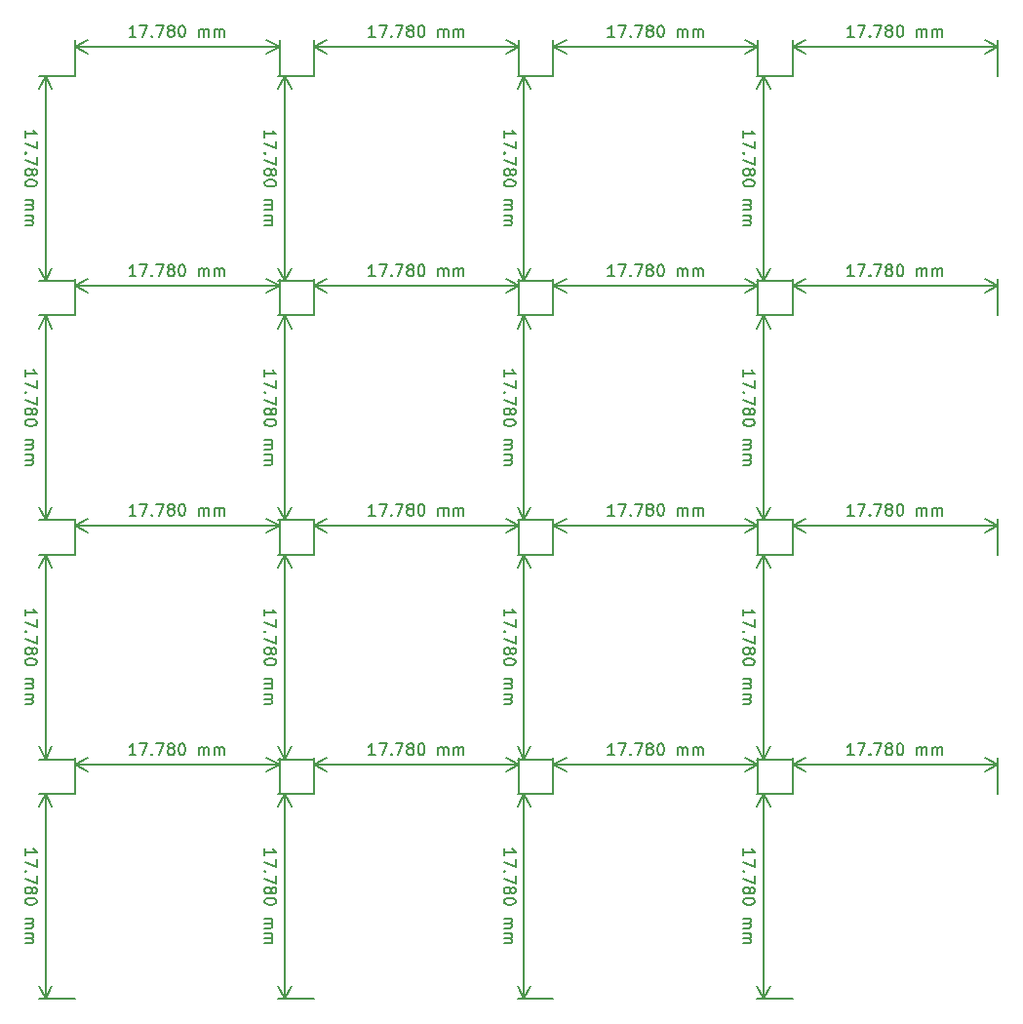
<source format=gbr>
%TF.GenerationSoftware,KiCad,Pcbnew,5.1.8*%
%TF.CreationDate,2020-11-30T19:23:35+01:00*%
%TF.ProjectId,panel2,70616e65-6c32-42e6-9b69-6361645f7063,rev?*%
%TF.SameCoordinates,Original*%
%TF.FileFunction,OtherDrawing,Comment*%
%FSLAX46Y46*%
G04 Gerber Fmt 4.6, Leading zero omitted, Abs format (unit mm)*
G04 Created by KiCad (PCBNEW 5.1.8) date 2020-11-30 19:23:35*
%MOMM*%
%LPD*%
G01*
G04 APERTURE LIST*
%ADD10C,0.150000*%
G04 APERTURE END LIST*
D10*
X108047635Y-117658587D02*
X108047635Y-117087158D01*
X108047635Y-117372873D02*
X109047635Y-117372873D01*
X108904777Y-117277635D01*
X108809539Y-117182396D01*
X108761920Y-117087158D01*
X109047635Y-117991920D02*
X109047635Y-118658587D01*
X108047635Y-118230016D01*
X108142873Y-119039539D02*
X108095254Y-119087158D01*
X108047635Y-119039539D01*
X108095254Y-118991920D01*
X108142873Y-119039539D01*
X108047635Y-119039539D01*
X109047635Y-119420492D02*
X109047635Y-120087158D01*
X108047635Y-119658587D01*
X108619063Y-120610968D02*
X108666682Y-120515730D01*
X108714301Y-120468111D01*
X108809539Y-120420492D01*
X108857158Y-120420492D01*
X108952396Y-120468111D01*
X109000016Y-120515730D01*
X109047635Y-120610968D01*
X109047635Y-120801444D01*
X109000016Y-120896682D01*
X108952396Y-120944301D01*
X108857158Y-120991920D01*
X108809539Y-120991920D01*
X108714301Y-120944301D01*
X108666682Y-120896682D01*
X108619063Y-120801444D01*
X108619063Y-120610968D01*
X108571444Y-120515730D01*
X108523825Y-120468111D01*
X108428587Y-120420492D01*
X108238111Y-120420492D01*
X108142873Y-120468111D01*
X108095254Y-120515730D01*
X108047635Y-120610968D01*
X108047635Y-120801444D01*
X108095254Y-120896682D01*
X108142873Y-120944301D01*
X108238111Y-120991920D01*
X108428587Y-120991920D01*
X108523825Y-120944301D01*
X108571444Y-120896682D01*
X108619063Y-120801444D01*
X109047635Y-121610968D02*
X109047635Y-121706206D01*
X109000016Y-121801444D01*
X108952396Y-121849063D01*
X108857158Y-121896682D01*
X108666682Y-121944301D01*
X108428587Y-121944301D01*
X108238111Y-121896682D01*
X108142873Y-121849063D01*
X108095254Y-121801444D01*
X108047635Y-121706206D01*
X108047635Y-121610968D01*
X108095254Y-121515730D01*
X108142873Y-121468111D01*
X108238111Y-121420492D01*
X108428587Y-121372873D01*
X108666682Y-121372873D01*
X108857158Y-121420492D01*
X108952396Y-121468111D01*
X109000016Y-121515730D01*
X109047635Y-121610968D01*
X108047635Y-123134777D02*
X108714301Y-123134777D01*
X108619063Y-123134777D02*
X108666682Y-123182396D01*
X108714301Y-123277635D01*
X108714301Y-123420492D01*
X108666682Y-123515730D01*
X108571444Y-123563349D01*
X108047635Y-123563349D01*
X108571444Y-123563349D02*
X108666682Y-123610968D01*
X108714301Y-123706206D01*
X108714301Y-123849063D01*
X108666682Y-123944301D01*
X108571444Y-123991920D01*
X108047635Y-123991920D01*
X108047635Y-124468111D02*
X108714301Y-124468111D01*
X108619063Y-124468111D02*
X108666682Y-124515730D01*
X108714301Y-124610968D01*
X108714301Y-124753825D01*
X108666682Y-124849063D01*
X108571444Y-124896682D01*
X108047635Y-124896682D01*
X108571444Y-124896682D02*
X108666682Y-124944301D01*
X108714301Y-125039539D01*
X108714301Y-125182396D01*
X108666682Y-125277635D01*
X108571444Y-125325254D01*
X108047635Y-125325254D01*
X109800016Y-112340016D02*
X109800016Y-130120016D01*
X112340016Y-112340016D02*
X109213595Y-112340016D01*
X112340016Y-130120016D02*
X109213595Y-130120016D01*
X109800016Y-130120016D02*
X109213595Y-128993512D01*
X109800016Y-130120016D02*
X110386437Y-128993512D01*
X109800016Y-112340016D02*
X109213595Y-113466520D01*
X109800016Y-112340016D02*
X110386437Y-113466520D01*
X117658587Y-108952396D02*
X117087158Y-108952396D01*
X117372873Y-108952396D02*
X117372873Y-107952396D01*
X117277635Y-108095254D01*
X117182396Y-108190492D01*
X117087158Y-108238111D01*
X117991920Y-107952396D02*
X118658587Y-107952396D01*
X118230016Y-108952396D01*
X119039539Y-108857158D02*
X119087158Y-108904777D01*
X119039539Y-108952396D01*
X118991920Y-108904777D01*
X119039539Y-108857158D01*
X119039539Y-108952396D01*
X119420492Y-107952396D02*
X120087158Y-107952396D01*
X119658587Y-108952396D01*
X120610968Y-108380968D02*
X120515730Y-108333349D01*
X120468111Y-108285730D01*
X120420492Y-108190492D01*
X120420492Y-108142873D01*
X120468111Y-108047635D01*
X120515730Y-108000016D01*
X120610968Y-107952396D01*
X120801444Y-107952396D01*
X120896682Y-108000016D01*
X120944301Y-108047635D01*
X120991920Y-108142873D01*
X120991920Y-108190492D01*
X120944301Y-108285730D01*
X120896682Y-108333349D01*
X120801444Y-108380968D01*
X120610968Y-108380968D01*
X120515730Y-108428587D01*
X120468111Y-108476206D01*
X120420492Y-108571444D01*
X120420492Y-108761920D01*
X120468111Y-108857158D01*
X120515730Y-108904777D01*
X120610968Y-108952396D01*
X120801444Y-108952396D01*
X120896682Y-108904777D01*
X120944301Y-108857158D01*
X120991920Y-108761920D01*
X120991920Y-108571444D01*
X120944301Y-108476206D01*
X120896682Y-108428587D01*
X120801444Y-108380968D01*
X121610968Y-107952396D02*
X121706206Y-107952396D01*
X121801444Y-108000016D01*
X121849063Y-108047635D01*
X121896682Y-108142873D01*
X121944301Y-108333349D01*
X121944301Y-108571444D01*
X121896682Y-108761920D01*
X121849063Y-108857158D01*
X121801444Y-108904777D01*
X121706206Y-108952396D01*
X121610968Y-108952396D01*
X121515730Y-108904777D01*
X121468111Y-108857158D01*
X121420492Y-108761920D01*
X121372873Y-108571444D01*
X121372873Y-108333349D01*
X121420492Y-108142873D01*
X121468111Y-108047635D01*
X121515730Y-108000016D01*
X121610968Y-107952396D01*
X123134777Y-108952396D02*
X123134777Y-108285730D01*
X123134777Y-108380968D02*
X123182396Y-108333349D01*
X123277635Y-108285730D01*
X123420492Y-108285730D01*
X123515730Y-108333349D01*
X123563349Y-108428587D01*
X123563349Y-108952396D01*
X123563349Y-108428587D02*
X123610968Y-108333349D01*
X123706206Y-108285730D01*
X123849063Y-108285730D01*
X123944301Y-108333349D01*
X123991920Y-108428587D01*
X123991920Y-108952396D01*
X124468111Y-108952396D02*
X124468111Y-108285730D01*
X124468111Y-108380968D02*
X124515730Y-108333349D01*
X124610968Y-108285730D01*
X124753825Y-108285730D01*
X124849063Y-108333349D01*
X124896682Y-108428587D01*
X124896682Y-108952396D01*
X124896682Y-108428587D02*
X124944301Y-108333349D01*
X125039539Y-108285730D01*
X125182396Y-108285730D01*
X125277635Y-108333349D01*
X125325254Y-108428587D01*
X125325254Y-108952396D01*
X112340016Y-109800016D02*
X130120016Y-109800016D01*
X112340016Y-112340016D02*
X112340016Y-109213595D01*
X130120016Y-112340016D02*
X130120016Y-109213595D01*
X130120016Y-109800016D02*
X128993512Y-110386437D01*
X130120016Y-109800016D02*
X128993512Y-109213595D01*
X112340016Y-109800016D02*
X113466520Y-110386437D01*
X112340016Y-109800016D02*
X113466520Y-109213595D01*
X87267630Y-117658587D02*
X87267630Y-117087158D01*
X87267630Y-117372873D02*
X88267630Y-117372873D01*
X88124772Y-117277635D01*
X88029534Y-117182396D01*
X87981915Y-117087158D01*
X88267630Y-117991920D02*
X88267630Y-118658587D01*
X87267630Y-118230016D01*
X87362868Y-119039539D02*
X87315249Y-119087158D01*
X87267630Y-119039539D01*
X87315249Y-118991920D01*
X87362868Y-119039539D01*
X87267630Y-119039539D01*
X88267630Y-119420492D02*
X88267630Y-120087158D01*
X87267630Y-119658587D01*
X87839058Y-120610968D02*
X87886677Y-120515730D01*
X87934296Y-120468111D01*
X88029534Y-120420492D01*
X88077153Y-120420492D01*
X88172391Y-120468111D01*
X88220011Y-120515730D01*
X88267630Y-120610968D01*
X88267630Y-120801444D01*
X88220011Y-120896682D01*
X88172391Y-120944301D01*
X88077153Y-120991920D01*
X88029534Y-120991920D01*
X87934296Y-120944301D01*
X87886677Y-120896682D01*
X87839058Y-120801444D01*
X87839058Y-120610968D01*
X87791439Y-120515730D01*
X87743820Y-120468111D01*
X87648582Y-120420492D01*
X87458106Y-120420492D01*
X87362868Y-120468111D01*
X87315249Y-120515730D01*
X87267630Y-120610968D01*
X87267630Y-120801444D01*
X87315249Y-120896682D01*
X87362868Y-120944301D01*
X87458106Y-120991920D01*
X87648582Y-120991920D01*
X87743820Y-120944301D01*
X87791439Y-120896682D01*
X87839058Y-120801444D01*
X88267630Y-121610968D02*
X88267630Y-121706206D01*
X88220011Y-121801444D01*
X88172391Y-121849063D01*
X88077153Y-121896682D01*
X87886677Y-121944301D01*
X87648582Y-121944301D01*
X87458106Y-121896682D01*
X87362868Y-121849063D01*
X87315249Y-121801444D01*
X87267630Y-121706206D01*
X87267630Y-121610968D01*
X87315249Y-121515730D01*
X87362868Y-121468111D01*
X87458106Y-121420492D01*
X87648582Y-121372873D01*
X87886677Y-121372873D01*
X88077153Y-121420492D01*
X88172391Y-121468111D01*
X88220011Y-121515730D01*
X88267630Y-121610968D01*
X87267630Y-123134777D02*
X87934296Y-123134777D01*
X87839058Y-123134777D02*
X87886677Y-123182396D01*
X87934296Y-123277635D01*
X87934296Y-123420492D01*
X87886677Y-123515730D01*
X87791439Y-123563349D01*
X87267630Y-123563349D01*
X87791439Y-123563349D02*
X87886677Y-123610968D01*
X87934296Y-123706206D01*
X87934296Y-123849063D01*
X87886677Y-123944301D01*
X87791439Y-123991920D01*
X87267630Y-123991920D01*
X87267630Y-124468111D02*
X87934296Y-124468111D01*
X87839058Y-124468111D02*
X87886677Y-124515730D01*
X87934296Y-124610968D01*
X87934296Y-124753825D01*
X87886677Y-124849063D01*
X87791439Y-124896682D01*
X87267630Y-124896682D01*
X87791439Y-124896682D02*
X87886677Y-124944301D01*
X87934296Y-125039539D01*
X87934296Y-125182396D01*
X87886677Y-125277635D01*
X87791439Y-125325254D01*
X87267630Y-125325254D01*
X89020011Y-112340016D02*
X89020011Y-130120016D01*
X91560011Y-112340016D02*
X88433590Y-112340016D01*
X91560011Y-130120016D02*
X88433590Y-130120016D01*
X89020011Y-130120016D02*
X88433590Y-128993512D01*
X89020011Y-130120016D02*
X89606432Y-128993512D01*
X89020011Y-112340016D02*
X88433590Y-113466520D01*
X89020011Y-112340016D02*
X89606432Y-113466520D01*
X96878582Y-108952396D02*
X96307153Y-108952396D01*
X96592868Y-108952396D02*
X96592868Y-107952396D01*
X96497630Y-108095254D01*
X96402391Y-108190492D01*
X96307153Y-108238111D01*
X97211915Y-107952396D02*
X97878582Y-107952396D01*
X97450011Y-108952396D01*
X98259534Y-108857158D02*
X98307153Y-108904777D01*
X98259534Y-108952396D01*
X98211915Y-108904777D01*
X98259534Y-108857158D01*
X98259534Y-108952396D01*
X98640487Y-107952396D02*
X99307153Y-107952396D01*
X98878582Y-108952396D01*
X99830963Y-108380968D02*
X99735725Y-108333349D01*
X99688106Y-108285730D01*
X99640487Y-108190492D01*
X99640487Y-108142873D01*
X99688106Y-108047635D01*
X99735725Y-108000016D01*
X99830963Y-107952396D01*
X100021439Y-107952396D01*
X100116677Y-108000016D01*
X100164296Y-108047635D01*
X100211915Y-108142873D01*
X100211915Y-108190492D01*
X100164296Y-108285730D01*
X100116677Y-108333349D01*
X100021439Y-108380968D01*
X99830963Y-108380968D01*
X99735725Y-108428587D01*
X99688106Y-108476206D01*
X99640487Y-108571444D01*
X99640487Y-108761920D01*
X99688106Y-108857158D01*
X99735725Y-108904777D01*
X99830963Y-108952396D01*
X100021439Y-108952396D01*
X100116677Y-108904777D01*
X100164296Y-108857158D01*
X100211915Y-108761920D01*
X100211915Y-108571444D01*
X100164296Y-108476206D01*
X100116677Y-108428587D01*
X100021439Y-108380968D01*
X100830963Y-107952396D02*
X100926201Y-107952396D01*
X101021439Y-108000016D01*
X101069058Y-108047635D01*
X101116677Y-108142873D01*
X101164296Y-108333349D01*
X101164296Y-108571444D01*
X101116677Y-108761920D01*
X101069058Y-108857158D01*
X101021439Y-108904777D01*
X100926201Y-108952396D01*
X100830963Y-108952396D01*
X100735725Y-108904777D01*
X100688106Y-108857158D01*
X100640487Y-108761920D01*
X100592868Y-108571444D01*
X100592868Y-108333349D01*
X100640487Y-108142873D01*
X100688106Y-108047635D01*
X100735725Y-108000016D01*
X100830963Y-107952396D01*
X102354772Y-108952396D02*
X102354772Y-108285730D01*
X102354772Y-108380968D02*
X102402391Y-108333349D01*
X102497630Y-108285730D01*
X102640487Y-108285730D01*
X102735725Y-108333349D01*
X102783344Y-108428587D01*
X102783344Y-108952396D01*
X102783344Y-108428587D02*
X102830963Y-108333349D01*
X102926201Y-108285730D01*
X103069058Y-108285730D01*
X103164296Y-108333349D01*
X103211915Y-108428587D01*
X103211915Y-108952396D01*
X103688106Y-108952396D02*
X103688106Y-108285730D01*
X103688106Y-108380968D02*
X103735725Y-108333349D01*
X103830963Y-108285730D01*
X103973820Y-108285730D01*
X104069058Y-108333349D01*
X104116677Y-108428587D01*
X104116677Y-108952396D01*
X104116677Y-108428587D02*
X104164296Y-108333349D01*
X104259534Y-108285730D01*
X104402391Y-108285730D01*
X104497630Y-108333349D01*
X104545249Y-108428587D01*
X104545249Y-108952396D01*
X91560011Y-109800016D02*
X109340011Y-109800016D01*
X91560011Y-112340016D02*
X91560011Y-109213595D01*
X109340011Y-112340016D02*
X109340011Y-109213595D01*
X109340011Y-109800016D02*
X108213507Y-110386437D01*
X109340011Y-109800016D02*
X108213507Y-109213595D01*
X91560011Y-109800016D02*
X92686515Y-110386437D01*
X91560011Y-109800016D02*
X92686515Y-109213595D01*
X66487625Y-117658587D02*
X66487625Y-117087158D01*
X66487625Y-117372873D02*
X67487625Y-117372873D01*
X67344767Y-117277635D01*
X67249529Y-117182396D01*
X67201910Y-117087158D01*
X67487625Y-117991920D02*
X67487625Y-118658587D01*
X66487625Y-118230016D01*
X66582863Y-119039539D02*
X66535244Y-119087158D01*
X66487625Y-119039539D01*
X66535244Y-118991920D01*
X66582863Y-119039539D01*
X66487625Y-119039539D01*
X67487625Y-119420492D02*
X67487625Y-120087158D01*
X66487625Y-119658587D01*
X67059053Y-120610968D02*
X67106672Y-120515730D01*
X67154291Y-120468111D01*
X67249529Y-120420492D01*
X67297148Y-120420492D01*
X67392386Y-120468111D01*
X67440006Y-120515730D01*
X67487625Y-120610968D01*
X67487625Y-120801444D01*
X67440006Y-120896682D01*
X67392386Y-120944301D01*
X67297148Y-120991920D01*
X67249529Y-120991920D01*
X67154291Y-120944301D01*
X67106672Y-120896682D01*
X67059053Y-120801444D01*
X67059053Y-120610968D01*
X67011434Y-120515730D01*
X66963815Y-120468111D01*
X66868577Y-120420492D01*
X66678101Y-120420492D01*
X66582863Y-120468111D01*
X66535244Y-120515730D01*
X66487625Y-120610968D01*
X66487625Y-120801444D01*
X66535244Y-120896682D01*
X66582863Y-120944301D01*
X66678101Y-120991920D01*
X66868577Y-120991920D01*
X66963815Y-120944301D01*
X67011434Y-120896682D01*
X67059053Y-120801444D01*
X67487625Y-121610968D02*
X67487625Y-121706206D01*
X67440006Y-121801444D01*
X67392386Y-121849063D01*
X67297148Y-121896682D01*
X67106672Y-121944301D01*
X66868577Y-121944301D01*
X66678101Y-121896682D01*
X66582863Y-121849063D01*
X66535244Y-121801444D01*
X66487625Y-121706206D01*
X66487625Y-121610968D01*
X66535244Y-121515730D01*
X66582863Y-121468111D01*
X66678101Y-121420492D01*
X66868577Y-121372873D01*
X67106672Y-121372873D01*
X67297148Y-121420492D01*
X67392386Y-121468111D01*
X67440006Y-121515730D01*
X67487625Y-121610968D01*
X66487625Y-123134777D02*
X67154291Y-123134777D01*
X67059053Y-123134777D02*
X67106672Y-123182396D01*
X67154291Y-123277635D01*
X67154291Y-123420492D01*
X67106672Y-123515730D01*
X67011434Y-123563349D01*
X66487625Y-123563349D01*
X67011434Y-123563349D02*
X67106672Y-123610968D01*
X67154291Y-123706206D01*
X67154291Y-123849063D01*
X67106672Y-123944301D01*
X67011434Y-123991920D01*
X66487625Y-123991920D01*
X66487625Y-124468111D02*
X67154291Y-124468111D01*
X67059053Y-124468111D02*
X67106672Y-124515730D01*
X67154291Y-124610968D01*
X67154291Y-124753825D01*
X67106672Y-124849063D01*
X67011434Y-124896682D01*
X66487625Y-124896682D01*
X67011434Y-124896682D02*
X67106672Y-124944301D01*
X67154291Y-125039539D01*
X67154291Y-125182396D01*
X67106672Y-125277635D01*
X67011434Y-125325254D01*
X66487625Y-125325254D01*
X68240006Y-112340016D02*
X68240006Y-130120016D01*
X70780006Y-112340016D02*
X67653585Y-112340016D01*
X70780006Y-130120016D02*
X67653585Y-130120016D01*
X68240006Y-130120016D02*
X67653585Y-128993512D01*
X68240006Y-130120016D02*
X68826427Y-128993512D01*
X68240006Y-112340016D02*
X67653585Y-113466520D01*
X68240006Y-112340016D02*
X68826427Y-113466520D01*
X76098577Y-108952396D02*
X75527148Y-108952396D01*
X75812863Y-108952396D02*
X75812863Y-107952396D01*
X75717625Y-108095254D01*
X75622386Y-108190492D01*
X75527148Y-108238111D01*
X76431910Y-107952396D02*
X77098577Y-107952396D01*
X76670006Y-108952396D01*
X77479529Y-108857158D02*
X77527148Y-108904777D01*
X77479529Y-108952396D01*
X77431910Y-108904777D01*
X77479529Y-108857158D01*
X77479529Y-108952396D01*
X77860482Y-107952396D02*
X78527148Y-107952396D01*
X78098577Y-108952396D01*
X79050958Y-108380968D02*
X78955720Y-108333349D01*
X78908101Y-108285730D01*
X78860482Y-108190492D01*
X78860482Y-108142873D01*
X78908101Y-108047635D01*
X78955720Y-108000016D01*
X79050958Y-107952396D01*
X79241434Y-107952396D01*
X79336672Y-108000016D01*
X79384291Y-108047635D01*
X79431910Y-108142873D01*
X79431910Y-108190492D01*
X79384291Y-108285730D01*
X79336672Y-108333349D01*
X79241434Y-108380968D01*
X79050958Y-108380968D01*
X78955720Y-108428587D01*
X78908101Y-108476206D01*
X78860482Y-108571444D01*
X78860482Y-108761920D01*
X78908101Y-108857158D01*
X78955720Y-108904777D01*
X79050958Y-108952396D01*
X79241434Y-108952396D01*
X79336672Y-108904777D01*
X79384291Y-108857158D01*
X79431910Y-108761920D01*
X79431910Y-108571444D01*
X79384291Y-108476206D01*
X79336672Y-108428587D01*
X79241434Y-108380968D01*
X80050958Y-107952396D02*
X80146196Y-107952396D01*
X80241434Y-108000016D01*
X80289053Y-108047635D01*
X80336672Y-108142873D01*
X80384291Y-108333349D01*
X80384291Y-108571444D01*
X80336672Y-108761920D01*
X80289053Y-108857158D01*
X80241434Y-108904777D01*
X80146196Y-108952396D01*
X80050958Y-108952396D01*
X79955720Y-108904777D01*
X79908101Y-108857158D01*
X79860482Y-108761920D01*
X79812863Y-108571444D01*
X79812863Y-108333349D01*
X79860482Y-108142873D01*
X79908101Y-108047635D01*
X79955720Y-108000016D01*
X80050958Y-107952396D01*
X81574767Y-108952396D02*
X81574767Y-108285730D01*
X81574767Y-108380968D02*
X81622386Y-108333349D01*
X81717625Y-108285730D01*
X81860482Y-108285730D01*
X81955720Y-108333349D01*
X82003339Y-108428587D01*
X82003339Y-108952396D01*
X82003339Y-108428587D02*
X82050958Y-108333349D01*
X82146196Y-108285730D01*
X82289053Y-108285730D01*
X82384291Y-108333349D01*
X82431910Y-108428587D01*
X82431910Y-108952396D01*
X82908101Y-108952396D02*
X82908101Y-108285730D01*
X82908101Y-108380968D02*
X82955720Y-108333349D01*
X83050958Y-108285730D01*
X83193815Y-108285730D01*
X83289053Y-108333349D01*
X83336672Y-108428587D01*
X83336672Y-108952396D01*
X83336672Y-108428587D02*
X83384291Y-108333349D01*
X83479529Y-108285730D01*
X83622386Y-108285730D01*
X83717625Y-108333349D01*
X83765244Y-108428587D01*
X83765244Y-108952396D01*
X70780006Y-109800016D02*
X88560006Y-109800016D01*
X70780006Y-112340016D02*
X70780006Y-109213595D01*
X88560006Y-112340016D02*
X88560006Y-109213595D01*
X88560006Y-109800016D02*
X87433502Y-110386437D01*
X88560006Y-109800016D02*
X87433502Y-109213595D01*
X70780006Y-109800016D02*
X71906510Y-110386437D01*
X70780006Y-109800016D02*
X71906510Y-109213595D01*
X45707620Y-117658587D02*
X45707620Y-117087158D01*
X45707620Y-117372873D02*
X46707620Y-117372873D01*
X46564762Y-117277635D01*
X46469524Y-117182396D01*
X46421905Y-117087158D01*
X46707620Y-117991920D02*
X46707620Y-118658587D01*
X45707620Y-118230016D01*
X45802858Y-119039539D02*
X45755239Y-119087158D01*
X45707620Y-119039539D01*
X45755239Y-118991920D01*
X45802858Y-119039539D01*
X45707620Y-119039539D01*
X46707620Y-119420492D02*
X46707620Y-120087158D01*
X45707620Y-119658587D01*
X46279048Y-120610968D02*
X46326667Y-120515730D01*
X46374286Y-120468111D01*
X46469524Y-120420492D01*
X46517143Y-120420492D01*
X46612381Y-120468111D01*
X46660001Y-120515730D01*
X46707620Y-120610968D01*
X46707620Y-120801444D01*
X46660001Y-120896682D01*
X46612381Y-120944301D01*
X46517143Y-120991920D01*
X46469524Y-120991920D01*
X46374286Y-120944301D01*
X46326667Y-120896682D01*
X46279048Y-120801444D01*
X46279048Y-120610968D01*
X46231429Y-120515730D01*
X46183810Y-120468111D01*
X46088572Y-120420492D01*
X45898096Y-120420492D01*
X45802858Y-120468111D01*
X45755239Y-120515730D01*
X45707620Y-120610968D01*
X45707620Y-120801444D01*
X45755239Y-120896682D01*
X45802858Y-120944301D01*
X45898096Y-120991920D01*
X46088572Y-120991920D01*
X46183810Y-120944301D01*
X46231429Y-120896682D01*
X46279048Y-120801444D01*
X46707620Y-121610968D02*
X46707620Y-121706206D01*
X46660001Y-121801444D01*
X46612381Y-121849063D01*
X46517143Y-121896682D01*
X46326667Y-121944301D01*
X46088572Y-121944301D01*
X45898096Y-121896682D01*
X45802858Y-121849063D01*
X45755239Y-121801444D01*
X45707620Y-121706206D01*
X45707620Y-121610968D01*
X45755239Y-121515730D01*
X45802858Y-121468111D01*
X45898096Y-121420492D01*
X46088572Y-121372873D01*
X46326667Y-121372873D01*
X46517143Y-121420492D01*
X46612381Y-121468111D01*
X46660001Y-121515730D01*
X46707620Y-121610968D01*
X45707620Y-123134777D02*
X46374286Y-123134777D01*
X46279048Y-123134777D02*
X46326667Y-123182396D01*
X46374286Y-123277635D01*
X46374286Y-123420492D01*
X46326667Y-123515730D01*
X46231429Y-123563349D01*
X45707620Y-123563349D01*
X46231429Y-123563349D02*
X46326667Y-123610968D01*
X46374286Y-123706206D01*
X46374286Y-123849063D01*
X46326667Y-123944301D01*
X46231429Y-123991920D01*
X45707620Y-123991920D01*
X45707620Y-124468111D02*
X46374286Y-124468111D01*
X46279048Y-124468111D02*
X46326667Y-124515730D01*
X46374286Y-124610968D01*
X46374286Y-124753825D01*
X46326667Y-124849063D01*
X46231429Y-124896682D01*
X45707620Y-124896682D01*
X46231429Y-124896682D02*
X46326667Y-124944301D01*
X46374286Y-125039539D01*
X46374286Y-125182396D01*
X46326667Y-125277635D01*
X46231429Y-125325254D01*
X45707620Y-125325254D01*
X47460001Y-112340016D02*
X47460001Y-130120016D01*
X50000001Y-112340016D02*
X46873580Y-112340016D01*
X50000001Y-130120016D02*
X46873580Y-130120016D01*
X47460001Y-130120016D02*
X46873580Y-128993512D01*
X47460001Y-130120016D02*
X48046422Y-128993512D01*
X47460001Y-112340016D02*
X46873580Y-113466520D01*
X47460001Y-112340016D02*
X48046422Y-113466520D01*
X55318572Y-108952396D02*
X54747143Y-108952396D01*
X55032858Y-108952396D02*
X55032858Y-107952396D01*
X54937620Y-108095254D01*
X54842381Y-108190492D01*
X54747143Y-108238111D01*
X55651905Y-107952396D02*
X56318572Y-107952396D01*
X55890001Y-108952396D01*
X56699524Y-108857158D02*
X56747143Y-108904777D01*
X56699524Y-108952396D01*
X56651905Y-108904777D01*
X56699524Y-108857158D01*
X56699524Y-108952396D01*
X57080477Y-107952396D02*
X57747143Y-107952396D01*
X57318572Y-108952396D01*
X58270953Y-108380968D02*
X58175715Y-108333349D01*
X58128096Y-108285730D01*
X58080477Y-108190492D01*
X58080477Y-108142873D01*
X58128096Y-108047635D01*
X58175715Y-108000016D01*
X58270953Y-107952396D01*
X58461429Y-107952396D01*
X58556667Y-108000016D01*
X58604286Y-108047635D01*
X58651905Y-108142873D01*
X58651905Y-108190492D01*
X58604286Y-108285730D01*
X58556667Y-108333349D01*
X58461429Y-108380968D01*
X58270953Y-108380968D01*
X58175715Y-108428587D01*
X58128096Y-108476206D01*
X58080477Y-108571444D01*
X58080477Y-108761920D01*
X58128096Y-108857158D01*
X58175715Y-108904777D01*
X58270953Y-108952396D01*
X58461429Y-108952396D01*
X58556667Y-108904777D01*
X58604286Y-108857158D01*
X58651905Y-108761920D01*
X58651905Y-108571444D01*
X58604286Y-108476206D01*
X58556667Y-108428587D01*
X58461429Y-108380968D01*
X59270953Y-107952396D02*
X59366191Y-107952396D01*
X59461429Y-108000016D01*
X59509048Y-108047635D01*
X59556667Y-108142873D01*
X59604286Y-108333349D01*
X59604286Y-108571444D01*
X59556667Y-108761920D01*
X59509048Y-108857158D01*
X59461429Y-108904777D01*
X59366191Y-108952396D01*
X59270953Y-108952396D01*
X59175715Y-108904777D01*
X59128096Y-108857158D01*
X59080477Y-108761920D01*
X59032858Y-108571444D01*
X59032858Y-108333349D01*
X59080477Y-108142873D01*
X59128096Y-108047635D01*
X59175715Y-108000016D01*
X59270953Y-107952396D01*
X60794762Y-108952396D02*
X60794762Y-108285730D01*
X60794762Y-108380968D02*
X60842381Y-108333349D01*
X60937620Y-108285730D01*
X61080477Y-108285730D01*
X61175715Y-108333349D01*
X61223334Y-108428587D01*
X61223334Y-108952396D01*
X61223334Y-108428587D02*
X61270953Y-108333349D01*
X61366191Y-108285730D01*
X61509048Y-108285730D01*
X61604286Y-108333349D01*
X61651905Y-108428587D01*
X61651905Y-108952396D01*
X62128096Y-108952396D02*
X62128096Y-108285730D01*
X62128096Y-108380968D02*
X62175715Y-108333349D01*
X62270953Y-108285730D01*
X62413810Y-108285730D01*
X62509048Y-108333349D01*
X62556667Y-108428587D01*
X62556667Y-108952396D01*
X62556667Y-108428587D02*
X62604286Y-108333349D01*
X62699524Y-108285730D01*
X62842381Y-108285730D01*
X62937620Y-108333349D01*
X62985239Y-108428587D01*
X62985239Y-108952396D01*
X50000001Y-109800016D02*
X67780001Y-109800016D01*
X50000001Y-112340016D02*
X50000001Y-109213595D01*
X67780001Y-112340016D02*
X67780001Y-109213595D01*
X67780001Y-109800016D02*
X66653497Y-110386437D01*
X67780001Y-109800016D02*
X66653497Y-109213595D01*
X50000001Y-109800016D02*
X51126505Y-110386437D01*
X50000001Y-109800016D02*
X51126505Y-109213595D01*
X108047635Y-96878582D02*
X108047635Y-96307153D01*
X108047635Y-96592868D02*
X109047635Y-96592868D01*
X108904777Y-96497630D01*
X108809539Y-96402391D01*
X108761920Y-96307153D01*
X109047635Y-97211915D02*
X109047635Y-97878582D01*
X108047635Y-97450011D01*
X108142873Y-98259534D02*
X108095254Y-98307153D01*
X108047635Y-98259534D01*
X108095254Y-98211915D01*
X108142873Y-98259534D01*
X108047635Y-98259534D01*
X109047635Y-98640487D02*
X109047635Y-99307153D01*
X108047635Y-98878582D01*
X108619063Y-99830963D02*
X108666682Y-99735725D01*
X108714301Y-99688106D01*
X108809539Y-99640487D01*
X108857158Y-99640487D01*
X108952396Y-99688106D01*
X109000016Y-99735725D01*
X109047635Y-99830963D01*
X109047635Y-100021439D01*
X109000016Y-100116677D01*
X108952396Y-100164296D01*
X108857158Y-100211915D01*
X108809539Y-100211915D01*
X108714301Y-100164296D01*
X108666682Y-100116677D01*
X108619063Y-100021439D01*
X108619063Y-99830963D01*
X108571444Y-99735725D01*
X108523825Y-99688106D01*
X108428587Y-99640487D01*
X108238111Y-99640487D01*
X108142873Y-99688106D01*
X108095254Y-99735725D01*
X108047635Y-99830963D01*
X108047635Y-100021439D01*
X108095254Y-100116677D01*
X108142873Y-100164296D01*
X108238111Y-100211915D01*
X108428587Y-100211915D01*
X108523825Y-100164296D01*
X108571444Y-100116677D01*
X108619063Y-100021439D01*
X109047635Y-100830963D02*
X109047635Y-100926201D01*
X109000016Y-101021439D01*
X108952396Y-101069058D01*
X108857158Y-101116677D01*
X108666682Y-101164296D01*
X108428587Y-101164296D01*
X108238111Y-101116677D01*
X108142873Y-101069058D01*
X108095254Y-101021439D01*
X108047635Y-100926201D01*
X108047635Y-100830963D01*
X108095254Y-100735725D01*
X108142873Y-100688106D01*
X108238111Y-100640487D01*
X108428587Y-100592868D01*
X108666682Y-100592868D01*
X108857158Y-100640487D01*
X108952396Y-100688106D01*
X109000016Y-100735725D01*
X109047635Y-100830963D01*
X108047635Y-102354772D02*
X108714301Y-102354772D01*
X108619063Y-102354772D02*
X108666682Y-102402391D01*
X108714301Y-102497630D01*
X108714301Y-102640487D01*
X108666682Y-102735725D01*
X108571444Y-102783344D01*
X108047635Y-102783344D01*
X108571444Y-102783344D02*
X108666682Y-102830963D01*
X108714301Y-102926201D01*
X108714301Y-103069058D01*
X108666682Y-103164296D01*
X108571444Y-103211915D01*
X108047635Y-103211915D01*
X108047635Y-103688106D02*
X108714301Y-103688106D01*
X108619063Y-103688106D02*
X108666682Y-103735725D01*
X108714301Y-103830963D01*
X108714301Y-103973820D01*
X108666682Y-104069058D01*
X108571444Y-104116677D01*
X108047635Y-104116677D01*
X108571444Y-104116677D02*
X108666682Y-104164296D01*
X108714301Y-104259534D01*
X108714301Y-104402391D01*
X108666682Y-104497630D01*
X108571444Y-104545249D01*
X108047635Y-104545249D01*
X109800016Y-91560011D02*
X109800016Y-109340011D01*
X112340016Y-91560011D02*
X109213595Y-91560011D01*
X112340016Y-109340011D02*
X109213595Y-109340011D01*
X109800016Y-109340011D02*
X109213595Y-108213507D01*
X109800016Y-109340011D02*
X110386437Y-108213507D01*
X109800016Y-91560011D02*
X109213595Y-92686515D01*
X109800016Y-91560011D02*
X110386437Y-92686515D01*
X117658587Y-88172391D02*
X117087158Y-88172391D01*
X117372873Y-88172391D02*
X117372873Y-87172391D01*
X117277635Y-87315249D01*
X117182396Y-87410487D01*
X117087158Y-87458106D01*
X117991920Y-87172391D02*
X118658587Y-87172391D01*
X118230016Y-88172391D01*
X119039539Y-88077153D02*
X119087158Y-88124772D01*
X119039539Y-88172391D01*
X118991920Y-88124772D01*
X119039539Y-88077153D01*
X119039539Y-88172391D01*
X119420492Y-87172391D02*
X120087158Y-87172391D01*
X119658587Y-88172391D01*
X120610968Y-87600963D02*
X120515730Y-87553344D01*
X120468111Y-87505725D01*
X120420492Y-87410487D01*
X120420492Y-87362868D01*
X120468111Y-87267630D01*
X120515730Y-87220011D01*
X120610968Y-87172391D01*
X120801444Y-87172391D01*
X120896682Y-87220011D01*
X120944301Y-87267630D01*
X120991920Y-87362868D01*
X120991920Y-87410487D01*
X120944301Y-87505725D01*
X120896682Y-87553344D01*
X120801444Y-87600963D01*
X120610968Y-87600963D01*
X120515730Y-87648582D01*
X120468111Y-87696201D01*
X120420492Y-87791439D01*
X120420492Y-87981915D01*
X120468111Y-88077153D01*
X120515730Y-88124772D01*
X120610968Y-88172391D01*
X120801444Y-88172391D01*
X120896682Y-88124772D01*
X120944301Y-88077153D01*
X120991920Y-87981915D01*
X120991920Y-87791439D01*
X120944301Y-87696201D01*
X120896682Y-87648582D01*
X120801444Y-87600963D01*
X121610968Y-87172391D02*
X121706206Y-87172391D01*
X121801444Y-87220011D01*
X121849063Y-87267630D01*
X121896682Y-87362868D01*
X121944301Y-87553344D01*
X121944301Y-87791439D01*
X121896682Y-87981915D01*
X121849063Y-88077153D01*
X121801444Y-88124772D01*
X121706206Y-88172391D01*
X121610968Y-88172391D01*
X121515730Y-88124772D01*
X121468111Y-88077153D01*
X121420492Y-87981915D01*
X121372873Y-87791439D01*
X121372873Y-87553344D01*
X121420492Y-87362868D01*
X121468111Y-87267630D01*
X121515730Y-87220011D01*
X121610968Y-87172391D01*
X123134777Y-88172391D02*
X123134777Y-87505725D01*
X123134777Y-87600963D02*
X123182396Y-87553344D01*
X123277635Y-87505725D01*
X123420492Y-87505725D01*
X123515730Y-87553344D01*
X123563349Y-87648582D01*
X123563349Y-88172391D01*
X123563349Y-87648582D02*
X123610968Y-87553344D01*
X123706206Y-87505725D01*
X123849063Y-87505725D01*
X123944301Y-87553344D01*
X123991920Y-87648582D01*
X123991920Y-88172391D01*
X124468111Y-88172391D02*
X124468111Y-87505725D01*
X124468111Y-87600963D02*
X124515730Y-87553344D01*
X124610968Y-87505725D01*
X124753825Y-87505725D01*
X124849063Y-87553344D01*
X124896682Y-87648582D01*
X124896682Y-88172391D01*
X124896682Y-87648582D02*
X124944301Y-87553344D01*
X125039539Y-87505725D01*
X125182396Y-87505725D01*
X125277635Y-87553344D01*
X125325254Y-87648582D01*
X125325254Y-88172391D01*
X112340016Y-89020011D02*
X130120016Y-89020011D01*
X112340016Y-91560011D02*
X112340016Y-88433590D01*
X130120016Y-91560011D02*
X130120016Y-88433590D01*
X130120016Y-89020011D02*
X128993512Y-89606432D01*
X130120016Y-89020011D02*
X128993512Y-88433590D01*
X112340016Y-89020011D02*
X113466520Y-89606432D01*
X112340016Y-89020011D02*
X113466520Y-88433590D01*
X87267630Y-96878582D02*
X87267630Y-96307153D01*
X87267630Y-96592868D02*
X88267630Y-96592868D01*
X88124772Y-96497630D01*
X88029534Y-96402391D01*
X87981915Y-96307153D01*
X88267630Y-97211915D02*
X88267630Y-97878582D01*
X87267630Y-97450011D01*
X87362868Y-98259534D02*
X87315249Y-98307153D01*
X87267630Y-98259534D01*
X87315249Y-98211915D01*
X87362868Y-98259534D01*
X87267630Y-98259534D01*
X88267630Y-98640487D02*
X88267630Y-99307153D01*
X87267630Y-98878582D01*
X87839058Y-99830963D02*
X87886677Y-99735725D01*
X87934296Y-99688106D01*
X88029534Y-99640487D01*
X88077153Y-99640487D01*
X88172391Y-99688106D01*
X88220011Y-99735725D01*
X88267630Y-99830963D01*
X88267630Y-100021439D01*
X88220011Y-100116677D01*
X88172391Y-100164296D01*
X88077153Y-100211915D01*
X88029534Y-100211915D01*
X87934296Y-100164296D01*
X87886677Y-100116677D01*
X87839058Y-100021439D01*
X87839058Y-99830963D01*
X87791439Y-99735725D01*
X87743820Y-99688106D01*
X87648582Y-99640487D01*
X87458106Y-99640487D01*
X87362868Y-99688106D01*
X87315249Y-99735725D01*
X87267630Y-99830963D01*
X87267630Y-100021439D01*
X87315249Y-100116677D01*
X87362868Y-100164296D01*
X87458106Y-100211915D01*
X87648582Y-100211915D01*
X87743820Y-100164296D01*
X87791439Y-100116677D01*
X87839058Y-100021439D01*
X88267630Y-100830963D02*
X88267630Y-100926201D01*
X88220011Y-101021439D01*
X88172391Y-101069058D01*
X88077153Y-101116677D01*
X87886677Y-101164296D01*
X87648582Y-101164296D01*
X87458106Y-101116677D01*
X87362868Y-101069058D01*
X87315249Y-101021439D01*
X87267630Y-100926201D01*
X87267630Y-100830963D01*
X87315249Y-100735725D01*
X87362868Y-100688106D01*
X87458106Y-100640487D01*
X87648582Y-100592868D01*
X87886677Y-100592868D01*
X88077153Y-100640487D01*
X88172391Y-100688106D01*
X88220011Y-100735725D01*
X88267630Y-100830963D01*
X87267630Y-102354772D02*
X87934296Y-102354772D01*
X87839058Y-102354772D02*
X87886677Y-102402391D01*
X87934296Y-102497630D01*
X87934296Y-102640487D01*
X87886677Y-102735725D01*
X87791439Y-102783344D01*
X87267630Y-102783344D01*
X87791439Y-102783344D02*
X87886677Y-102830963D01*
X87934296Y-102926201D01*
X87934296Y-103069058D01*
X87886677Y-103164296D01*
X87791439Y-103211915D01*
X87267630Y-103211915D01*
X87267630Y-103688106D02*
X87934296Y-103688106D01*
X87839058Y-103688106D02*
X87886677Y-103735725D01*
X87934296Y-103830963D01*
X87934296Y-103973820D01*
X87886677Y-104069058D01*
X87791439Y-104116677D01*
X87267630Y-104116677D01*
X87791439Y-104116677D02*
X87886677Y-104164296D01*
X87934296Y-104259534D01*
X87934296Y-104402391D01*
X87886677Y-104497630D01*
X87791439Y-104545249D01*
X87267630Y-104545249D01*
X89020011Y-91560011D02*
X89020011Y-109340011D01*
X91560011Y-91560011D02*
X88433590Y-91560011D01*
X91560011Y-109340011D02*
X88433590Y-109340011D01*
X89020011Y-109340011D02*
X88433590Y-108213507D01*
X89020011Y-109340011D02*
X89606432Y-108213507D01*
X89020011Y-91560011D02*
X88433590Y-92686515D01*
X89020011Y-91560011D02*
X89606432Y-92686515D01*
X96878582Y-88172391D02*
X96307153Y-88172391D01*
X96592868Y-88172391D02*
X96592868Y-87172391D01*
X96497630Y-87315249D01*
X96402391Y-87410487D01*
X96307153Y-87458106D01*
X97211915Y-87172391D02*
X97878582Y-87172391D01*
X97450011Y-88172391D01*
X98259534Y-88077153D02*
X98307153Y-88124772D01*
X98259534Y-88172391D01*
X98211915Y-88124772D01*
X98259534Y-88077153D01*
X98259534Y-88172391D01*
X98640487Y-87172391D02*
X99307153Y-87172391D01*
X98878582Y-88172391D01*
X99830963Y-87600963D02*
X99735725Y-87553344D01*
X99688106Y-87505725D01*
X99640487Y-87410487D01*
X99640487Y-87362868D01*
X99688106Y-87267630D01*
X99735725Y-87220011D01*
X99830963Y-87172391D01*
X100021439Y-87172391D01*
X100116677Y-87220011D01*
X100164296Y-87267630D01*
X100211915Y-87362868D01*
X100211915Y-87410487D01*
X100164296Y-87505725D01*
X100116677Y-87553344D01*
X100021439Y-87600963D01*
X99830963Y-87600963D01*
X99735725Y-87648582D01*
X99688106Y-87696201D01*
X99640487Y-87791439D01*
X99640487Y-87981915D01*
X99688106Y-88077153D01*
X99735725Y-88124772D01*
X99830963Y-88172391D01*
X100021439Y-88172391D01*
X100116677Y-88124772D01*
X100164296Y-88077153D01*
X100211915Y-87981915D01*
X100211915Y-87791439D01*
X100164296Y-87696201D01*
X100116677Y-87648582D01*
X100021439Y-87600963D01*
X100830963Y-87172391D02*
X100926201Y-87172391D01*
X101021439Y-87220011D01*
X101069058Y-87267630D01*
X101116677Y-87362868D01*
X101164296Y-87553344D01*
X101164296Y-87791439D01*
X101116677Y-87981915D01*
X101069058Y-88077153D01*
X101021439Y-88124772D01*
X100926201Y-88172391D01*
X100830963Y-88172391D01*
X100735725Y-88124772D01*
X100688106Y-88077153D01*
X100640487Y-87981915D01*
X100592868Y-87791439D01*
X100592868Y-87553344D01*
X100640487Y-87362868D01*
X100688106Y-87267630D01*
X100735725Y-87220011D01*
X100830963Y-87172391D01*
X102354772Y-88172391D02*
X102354772Y-87505725D01*
X102354772Y-87600963D02*
X102402391Y-87553344D01*
X102497630Y-87505725D01*
X102640487Y-87505725D01*
X102735725Y-87553344D01*
X102783344Y-87648582D01*
X102783344Y-88172391D01*
X102783344Y-87648582D02*
X102830963Y-87553344D01*
X102926201Y-87505725D01*
X103069058Y-87505725D01*
X103164296Y-87553344D01*
X103211915Y-87648582D01*
X103211915Y-88172391D01*
X103688106Y-88172391D02*
X103688106Y-87505725D01*
X103688106Y-87600963D02*
X103735725Y-87553344D01*
X103830963Y-87505725D01*
X103973820Y-87505725D01*
X104069058Y-87553344D01*
X104116677Y-87648582D01*
X104116677Y-88172391D01*
X104116677Y-87648582D02*
X104164296Y-87553344D01*
X104259534Y-87505725D01*
X104402391Y-87505725D01*
X104497630Y-87553344D01*
X104545249Y-87648582D01*
X104545249Y-88172391D01*
X91560011Y-89020011D02*
X109340011Y-89020011D01*
X91560011Y-91560011D02*
X91560011Y-88433590D01*
X109340011Y-91560011D02*
X109340011Y-88433590D01*
X109340011Y-89020011D02*
X108213507Y-89606432D01*
X109340011Y-89020011D02*
X108213507Y-88433590D01*
X91560011Y-89020011D02*
X92686515Y-89606432D01*
X91560011Y-89020011D02*
X92686515Y-88433590D01*
X66487625Y-96878582D02*
X66487625Y-96307153D01*
X66487625Y-96592868D02*
X67487625Y-96592868D01*
X67344767Y-96497630D01*
X67249529Y-96402391D01*
X67201910Y-96307153D01*
X67487625Y-97211915D02*
X67487625Y-97878582D01*
X66487625Y-97450011D01*
X66582863Y-98259534D02*
X66535244Y-98307153D01*
X66487625Y-98259534D01*
X66535244Y-98211915D01*
X66582863Y-98259534D01*
X66487625Y-98259534D01*
X67487625Y-98640487D02*
X67487625Y-99307153D01*
X66487625Y-98878582D01*
X67059053Y-99830963D02*
X67106672Y-99735725D01*
X67154291Y-99688106D01*
X67249529Y-99640487D01*
X67297148Y-99640487D01*
X67392386Y-99688106D01*
X67440006Y-99735725D01*
X67487625Y-99830963D01*
X67487625Y-100021439D01*
X67440006Y-100116677D01*
X67392386Y-100164296D01*
X67297148Y-100211915D01*
X67249529Y-100211915D01*
X67154291Y-100164296D01*
X67106672Y-100116677D01*
X67059053Y-100021439D01*
X67059053Y-99830963D01*
X67011434Y-99735725D01*
X66963815Y-99688106D01*
X66868577Y-99640487D01*
X66678101Y-99640487D01*
X66582863Y-99688106D01*
X66535244Y-99735725D01*
X66487625Y-99830963D01*
X66487625Y-100021439D01*
X66535244Y-100116677D01*
X66582863Y-100164296D01*
X66678101Y-100211915D01*
X66868577Y-100211915D01*
X66963815Y-100164296D01*
X67011434Y-100116677D01*
X67059053Y-100021439D01*
X67487625Y-100830963D02*
X67487625Y-100926201D01*
X67440006Y-101021439D01*
X67392386Y-101069058D01*
X67297148Y-101116677D01*
X67106672Y-101164296D01*
X66868577Y-101164296D01*
X66678101Y-101116677D01*
X66582863Y-101069058D01*
X66535244Y-101021439D01*
X66487625Y-100926201D01*
X66487625Y-100830963D01*
X66535244Y-100735725D01*
X66582863Y-100688106D01*
X66678101Y-100640487D01*
X66868577Y-100592868D01*
X67106672Y-100592868D01*
X67297148Y-100640487D01*
X67392386Y-100688106D01*
X67440006Y-100735725D01*
X67487625Y-100830963D01*
X66487625Y-102354772D02*
X67154291Y-102354772D01*
X67059053Y-102354772D02*
X67106672Y-102402391D01*
X67154291Y-102497630D01*
X67154291Y-102640487D01*
X67106672Y-102735725D01*
X67011434Y-102783344D01*
X66487625Y-102783344D01*
X67011434Y-102783344D02*
X67106672Y-102830963D01*
X67154291Y-102926201D01*
X67154291Y-103069058D01*
X67106672Y-103164296D01*
X67011434Y-103211915D01*
X66487625Y-103211915D01*
X66487625Y-103688106D02*
X67154291Y-103688106D01*
X67059053Y-103688106D02*
X67106672Y-103735725D01*
X67154291Y-103830963D01*
X67154291Y-103973820D01*
X67106672Y-104069058D01*
X67011434Y-104116677D01*
X66487625Y-104116677D01*
X67011434Y-104116677D02*
X67106672Y-104164296D01*
X67154291Y-104259534D01*
X67154291Y-104402391D01*
X67106672Y-104497630D01*
X67011434Y-104545249D01*
X66487625Y-104545249D01*
X68240006Y-91560011D02*
X68240006Y-109340011D01*
X70780006Y-91560011D02*
X67653585Y-91560011D01*
X70780006Y-109340011D02*
X67653585Y-109340011D01*
X68240006Y-109340011D02*
X67653585Y-108213507D01*
X68240006Y-109340011D02*
X68826427Y-108213507D01*
X68240006Y-91560011D02*
X67653585Y-92686515D01*
X68240006Y-91560011D02*
X68826427Y-92686515D01*
X76098577Y-88172391D02*
X75527148Y-88172391D01*
X75812863Y-88172391D02*
X75812863Y-87172391D01*
X75717625Y-87315249D01*
X75622386Y-87410487D01*
X75527148Y-87458106D01*
X76431910Y-87172391D02*
X77098577Y-87172391D01*
X76670006Y-88172391D01*
X77479529Y-88077153D02*
X77527148Y-88124772D01*
X77479529Y-88172391D01*
X77431910Y-88124772D01*
X77479529Y-88077153D01*
X77479529Y-88172391D01*
X77860482Y-87172391D02*
X78527148Y-87172391D01*
X78098577Y-88172391D01*
X79050958Y-87600963D02*
X78955720Y-87553344D01*
X78908101Y-87505725D01*
X78860482Y-87410487D01*
X78860482Y-87362868D01*
X78908101Y-87267630D01*
X78955720Y-87220011D01*
X79050958Y-87172391D01*
X79241434Y-87172391D01*
X79336672Y-87220011D01*
X79384291Y-87267630D01*
X79431910Y-87362868D01*
X79431910Y-87410487D01*
X79384291Y-87505725D01*
X79336672Y-87553344D01*
X79241434Y-87600963D01*
X79050958Y-87600963D01*
X78955720Y-87648582D01*
X78908101Y-87696201D01*
X78860482Y-87791439D01*
X78860482Y-87981915D01*
X78908101Y-88077153D01*
X78955720Y-88124772D01*
X79050958Y-88172391D01*
X79241434Y-88172391D01*
X79336672Y-88124772D01*
X79384291Y-88077153D01*
X79431910Y-87981915D01*
X79431910Y-87791439D01*
X79384291Y-87696201D01*
X79336672Y-87648582D01*
X79241434Y-87600963D01*
X80050958Y-87172391D02*
X80146196Y-87172391D01*
X80241434Y-87220011D01*
X80289053Y-87267630D01*
X80336672Y-87362868D01*
X80384291Y-87553344D01*
X80384291Y-87791439D01*
X80336672Y-87981915D01*
X80289053Y-88077153D01*
X80241434Y-88124772D01*
X80146196Y-88172391D01*
X80050958Y-88172391D01*
X79955720Y-88124772D01*
X79908101Y-88077153D01*
X79860482Y-87981915D01*
X79812863Y-87791439D01*
X79812863Y-87553344D01*
X79860482Y-87362868D01*
X79908101Y-87267630D01*
X79955720Y-87220011D01*
X80050958Y-87172391D01*
X81574767Y-88172391D02*
X81574767Y-87505725D01*
X81574767Y-87600963D02*
X81622386Y-87553344D01*
X81717625Y-87505725D01*
X81860482Y-87505725D01*
X81955720Y-87553344D01*
X82003339Y-87648582D01*
X82003339Y-88172391D01*
X82003339Y-87648582D02*
X82050958Y-87553344D01*
X82146196Y-87505725D01*
X82289053Y-87505725D01*
X82384291Y-87553344D01*
X82431910Y-87648582D01*
X82431910Y-88172391D01*
X82908101Y-88172391D02*
X82908101Y-87505725D01*
X82908101Y-87600963D02*
X82955720Y-87553344D01*
X83050958Y-87505725D01*
X83193815Y-87505725D01*
X83289053Y-87553344D01*
X83336672Y-87648582D01*
X83336672Y-88172391D01*
X83336672Y-87648582D02*
X83384291Y-87553344D01*
X83479529Y-87505725D01*
X83622386Y-87505725D01*
X83717625Y-87553344D01*
X83765244Y-87648582D01*
X83765244Y-88172391D01*
X70780006Y-89020011D02*
X88560006Y-89020011D01*
X70780006Y-91560011D02*
X70780006Y-88433590D01*
X88560006Y-91560011D02*
X88560006Y-88433590D01*
X88560006Y-89020011D02*
X87433502Y-89606432D01*
X88560006Y-89020011D02*
X87433502Y-88433590D01*
X70780006Y-89020011D02*
X71906510Y-89606432D01*
X70780006Y-89020011D02*
X71906510Y-88433590D01*
X45707620Y-96878582D02*
X45707620Y-96307153D01*
X45707620Y-96592868D02*
X46707620Y-96592868D01*
X46564762Y-96497630D01*
X46469524Y-96402391D01*
X46421905Y-96307153D01*
X46707620Y-97211915D02*
X46707620Y-97878582D01*
X45707620Y-97450011D01*
X45802858Y-98259534D02*
X45755239Y-98307153D01*
X45707620Y-98259534D01*
X45755239Y-98211915D01*
X45802858Y-98259534D01*
X45707620Y-98259534D01*
X46707620Y-98640487D02*
X46707620Y-99307153D01*
X45707620Y-98878582D01*
X46279048Y-99830963D02*
X46326667Y-99735725D01*
X46374286Y-99688106D01*
X46469524Y-99640487D01*
X46517143Y-99640487D01*
X46612381Y-99688106D01*
X46660001Y-99735725D01*
X46707620Y-99830963D01*
X46707620Y-100021439D01*
X46660001Y-100116677D01*
X46612381Y-100164296D01*
X46517143Y-100211915D01*
X46469524Y-100211915D01*
X46374286Y-100164296D01*
X46326667Y-100116677D01*
X46279048Y-100021439D01*
X46279048Y-99830963D01*
X46231429Y-99735725D01*
X46183810Y-99688106D01*
X46088572Y-99640487D01*
X45898096Y-99640487D01*
X45802858Y-99688106D01*
X45755239Y-99735725D01*
X45707620Y-99830963D01*
X45707620Y-100021439D01*
X45755239Y-100116677D01*
X45802858Y-100164296D01*
X45898096Y-100211915D01*
X46088572Y-100211915D01*
X46183810Y-100164296D01*
X46231429Y-100116677D01*
X46279048Y-100021439D01*
X46707620Y-100830963D02*
X46707620Y-100926201D01*
X46660001Y-101021439D01*
X46612381Y-101069058D01*
X46517143Y-101116677D01*
X46326667Y-101164296D01*
X46088572Y-101164296D01*
X45898096Y-101116677D01*
X45802858Y-101069058D01*
X45755239Y-101021439D01*
X45707620Y-100926201D01*
X45707620Y-100830963D01*
X45755239Y-100735725D01*
X45802858Y-100688106D01*
X45898096Y-100640487D01*
X46088572Y-100592868D01*
X46326667Y-100592868D01*
X46517143Y-100640487D01*
X46612381Y-100688106D01*
X46660001Y-100735725D01*
X46707620Y-100830963D01*
X45707620Y-102354772D02*
X46374286Y-102354772D01*
X46279048Y-102354772D02*
X46326667Y-102402391D01*
X46374286Y-102497630D01*
X46374286Y-102640487D01*
X46326667Y-102735725D01*
X46231429Y-102783344D01*
X45707620Y-102783344D01*
X46231429Y-102783344D02*
X46326667Y-102830963D01*
X46374286Y-102926201D01*
X46374286Y-103069058D01*
X46326667Y-103164296D01*
X46231429Y-103211915D01*
X45707620Y-103211915D01*
X45707620Y-103688106D02*
X46374286Y-103688106D01*
X46279048Y-103688106D02*
X46326667Y-103735725D01*
X46374286Y-103830963D01*
X46374286Y-103973820D01*
X46326667Y-104069058D01*
X46231429Y-104116677D01*
X45707620Y-104116677D01*
X46231429Y-104116677D02*
X46326667Y-104164296D01*
X46374286Y-104259534D01*
X46374286Y-104402391D01*
X46326667Y-104497630D01*
X46231429Y-104545249D01*
X45707620Y-104545249D01*
X47460001Y-91560011D02*
X47460001Y-109340011D01*
X50000001Y-91560011D02*
X46873580Y-91560011D01*
X50000001Y-109340011D02*
X46873580Y-109340011D01*
X47460001Y-109340011D02*
X46873580Y-108213507D01*
X47460001Y-109340011D02*
X48046422Y-108213507D01*
X47460001Y-91560011D02*
X46873580Y-92686515D01*
X47460001Y-91560011D02*
X48046422Y-92686515D01*
X55318572Y-88172391D02*
X54747143Y-88172391D01*
X55032858Y-88172391D02*
X55032858Y-87172391D01*
X54937620Y-87315249D01*
X54842381Y-87410487D01*
X54747143Y-87458106D01*
X55651905Y-87172391D02*
X56318572Y-87172391D01*
X55890001Y-88172391D01*
X56699524Y-88077153D02*
X56747143Y-88124772D01*
X56699524Y-88172391D01*
X56651905Y-88124772D01*
X56699524Y-88077153D01*
X56699524Y-88172391D01*
X57080477Y-87172391D02*
X57747143Y-87172391D01*
X57318572Y-88172391D01*
X58270953Y-87600963D02*
X58175715Y-87553344D01*
X58128096Y-87505725D01*
X58080477Y-87410487D01*
X58080477Y-87362868D01*
X58128096Y-87267630D01*
X58175715Y-87220011D01*
X58270953Y-87172391D01*
X58461429Y-87172391D01*
X58556667Y-87220011D01*
X58604286Y-87267630D01*
X58651905Y-87362868D01*
X58651905Y-87410487D01*
X58604286Y-87505725D01*
X58556667Y-87553344D01*
X58461429Y-87600963D01*
X58270953Y-87600963D01*
X58175715Y-87648582D01*
X58128096Y-87696201D01*
X58080477Y-87791439D01*
X58080477Y-87981915D01*
X58128096Y-88077153D01*
X58175715Y-88124772D01*
X58270953Y-88172391D01*
X58461429Y-88172391D01*
X58556667Y-88124772D01*
X58604286Y-88077153D01*
X58651905Y-87981915D01*
X58651905Y-87791439D01*
X58604286Y-87696201D01*
X58556667Y-87648582D01*
X58461429Y-87600963D01*
X59270953Y-87172391D02*
X59366191Y-87172391D01*
X59461429Y-87220011D01*
X59509048Y-87267630D01*
X59556667Y-87362868D01*
X59604286Y-87553344D01*
X59604286Y-87791439D01*
X59556667Y-87981915D01*
X59509048Y-88077153D01*
X59461429Y-88124772D01*
X59366191Y-88172391D01*
X59270953Y-88172391D01*
X59175715Y-88124772D01*
X59128096Y-88077153D01*
X59080477Y-87981915D01*
X59032858Y-87791439D01*
X59032858Y-87553344D01*
X59080477Y-87362868D01*
X59128096Y-87267630D01*
X59175715Y-87220011D01*
X59270953Y-87172391D01*
X60794762Y-88172391D02*
X60794762Y-87505725D01*
X60794762Y-87600963D02*
X60842381Y-87553344D01*
X60937620Y-87505725D01*
X61080477Y-87505725D01*
X61175715Y-87553344D01*
X61223334Y-87648582D01*
X61223334Y-88172391D01*
X61223334Y-87648582D02*
X61270953Y-87553344D01*
X61366191Y-87505725D01*
X61509048Y-87505725D01*
X61604286Y-87553344D01*
X61651905Y-87648582D01*
X61651905Y-88172391D01*
X62128096Y-88172391D02*
X62128096Y-87505725D01*
X62128096Y-87600963D02*
X62175715Y-87553344D01*
X62270953Y-87505725D01*
X62413810Y-87505725D01*
X62509048Y-87553344D01*
X62556667Y-87648582D01*
X62556667Y-88172391D01*
X62556667Y-87648582D02*
X62604286Y-87553344D01*
X62699524Y-87505725D01*
X62842381Y-87505725D01*
X62937620Y-87553344D01*
X62985239Y-87648582D01*
X62985239Y-88172391D01*
X50000001Y-89020011D02*
X67780001Y-89020011D01*
X50000001Y-91560011D02*
X50000001Y-88433590D01*
X67780001Y-91560011D02*
X67780001Y-88433590D01*
X67780001Y-89020011D02*
X66653497Y-89606432D01*
X67780001Y-89020011D02*
X66653497Y-88433590D01*
X50000001Y-89020011D02*
X51126505Y-89606432D01*
X50000001Y-89020011D02*
X51126505Y-88433590D01*
X108047635Y-76098577D02*
X108047635Y-75527148D01*
X108047635Y-75812863D02*
X109047635Y-75812863D01*
X108904777Y-75717625D01*
X108809539Y-75622386D01*
X108761920Y-75527148D01*
X109047635Y-76431910D02*
X109047635Y-77098577D01*
X108047635Y-76670006D01*
X108142873Y-77479529D02*
X108095254Y-77527148D01*
X108047635Y-77479529D01*
X108095254Y-77431910D01*
X108142873Y-77479529D01*
X108047635Y-77479529D01*
X109047635Y-77860482D02*
X109047635Y-78527148D01*
X108047635Y-78098577D01*
X108619063Y-79050958D02*
X108666682Y-78955720D01*
X108714301Y-78908101D01*
X108809539Y-78860482D01*
X108857158Y-78860482D01*
X108952396Y-78908101D01*
X109000016Y-78955720D01*
X109047635Y-79050958D01*
X109047635Y-79241434D01*
X109000016Y-79336672D01*
X108952396Y-79384291D01*
X108857158Y-79431910D01*
X108809539Y-79431910D01*
X108714301Y-79384291D01*
X108666682Y-79336672D01*
X108619063Y-79241434D01*
X108619063Y-79050958D01*
X108571444Y-78955720D01*
X108523825Y-78908101D01*
X108428587Y-78860482D01*
X108238111Y-78860482D01*
X108142873Y-78908101D01*
X108095254Y-78955720D01*
X108047635Y-79050958D01*
X108047635Y-79241434D01*
X108095254Y-79336672D01*
X108142873Y-79384291D01*
X108238111Y-79431910D01*
X108428587Y-79431910D01*
X108523825Y-79384291D01*
X108571444Y-79336672D01*
X108619063Y-79241434D01*
X109047635Y-80050958D02*
X109047635Y-80146196D01*
X109000016Y-80241434D01*
X108952396Y-80289053D01*
X108857158Y-80336672D01*
X108666682Y-80384291D01*
X108428587Y-80384291D01*
X108238111Y-80336672D01*
X108142873Y-80289053D01*
X108095254Y-80241434D01*
X108047635Y-80146196D01*
X108047635Y-80050958D01*
X108095254Y-79955720D01*
X108142873Y-79908101D01*
X108238111Y-79860482D01*
X108428587Y-79812863D01*
X108666682Y-79812863D01*
X108857158Y-79860482D01*
X108952396Y-79908101D01*
X109000016Y-79955720D01*
X109047635Y-80050958D01*
X108047635Y-81574767D02*
X108714301Y-81574767D01*
X108619063Y-81574767D02*
X108666682Y-81622386D01*
X108714301Y-81717625D01*
X108714301Y-81860482D01*
X108666682Y-81955720D01*
X108571444Y-82003339D01*
X108047635Y-82003339D01*
X108571444Y-82003339D02*
X108666682Y-82050958D01*
X108714301Y-82146196D01*
X108714301Y-82289053D01*
X108666682Y-82384291D01*
X108571444Y-82431910D01*
X108047635Y-82431910D01*
X108047635Y-82908101D02*
X108714301Y-82908101D01*
X108619063Y-82908101D02*
X108666682Y-82955720D01*
X108714301Y-83050958D01*
X108714301Y-83193815D01*
X108666682Y-83289053D01*
X108571444Y-83336672D01*
X108047635Y-83336672D01*
X108571444Y-83336672D02*
X108666682Y-83384291D01*
X108714301Y-83479529D01*
X108714301Y-83622386D01*
X108666682Y-83717625D01*
X108571444Y-83765244D01*
X108047635Y-83765244D01*
X109800016Y-70780006D02*
X109800016Y-88560006D01*
X112340016Y-70780006D02*
X109213595Y-70780006D01*
X112340016Y-88560006D02*
X109213595Y-88560006D01*
X109800016Y-88560006D02*
X109213595Y-87433502D01*
X109800016Y-88560006D02*
X110386437Y-87433502D01*
X109800016Y-70780006D02*
X109213595Y-71906510D01*
X109800016Y-70780006D02*
X110386437Y-71906510D01*
X117658587Y-67392386D02*
X117087158Y-67392386D01*
X117372873Y-67392386D02*
X117372873Y-66392386D01*
X117277635Y-66535244D01*
X117182396Y-66630482D01*
X117087158Y-66678101D01*
X117991920Y-66392386D02*
X118658587Y-66392386D01*
X118230016Y-67392386D01*
X119039539Y-67297148D02*
X119087158Y-67344767D01*
X119039539Y-67392386D01*
X118991920Y-67344767D01*
X119039539Y-67297148D01*
X119039539Y-67392386D01*
X119420492Y-66392386D02*
X120087158Y-66392386D01*
X119658587Y-67392386D01*
X120610968Y-66820958D02*
X120515730Y-66773339D01*
X120468111Y-66725720D01*
X120420492Y-66630482D01*
X120420492Y-66582863D01*
X120468111Y-66487625D01*
X120515730Y-66440006D01*
X120610968Y-66392386D01*
X120801444Y-66392386D01*
X120896682Y-66440006D01*
X120944301Y-66487625D01*
X120991920Y-66582863D01*
X120991920Y-66630482D01*
X120944301Y-66725720D01*
X120896682Y-66773339D01*
X120801444Y-66820958D01*
X120610968Y-66820958D01*
X120515730Y-66868577D01*
X120468111Y-66916196D01*
X120420492Y-67011434D01*
X120420492Y-67201910D01*
X120468111Y-67297148D01*
X120515730Y-67344767D01*
X120610968Y-67392386D01*
X120801444Y-67392386D01*
X120896682Y-67344767D01*
X120944301Y-67297148D01*
X120991920Y-67201910D01*
X120991920Y-67011434D01*
X120944301Y-66916196D01*
X120896682Y-66868577D01*
X120801444Y-66820958D01*
X121610968Y-66392386D02*
X121706206Y-66392386D01*
X121801444Y-66440006D01*
X121849063Y-66487625D01*
X121896682Y-66582863D01*
X121944301Y-66773339D01*
X121944301Y-67011434D01*
X121896682Y-67201910D01*
X121849063Y-67297148D01*
X121801444Y-67344767D01*
X121706206Y-67392386D01*
X121610968Y-67392386D01*
X121515730Y-67344767D01*
X121468111Y-67297148D01*
X121420492Y-67201910D01*
X121372873Y-67011434D01*
X121372873Y-66773339D01*
X121420492Y-66582863D01*
X121468111Y-66487625D01*
X121515730Y-66440006D01*
X121610968Y-66392386D01*
X123134777Y-67392386D02*
X123134777Y-66725720D01*
X123134777Y-66820958D02*
X123182396Y-66773339D01*
X123277635Y-66725720D01*
X123420492Y-66725720D01*
X123515730Y-66773339D01*
X123563349Y-66868577D01*
X123563349Y-67392386D01*
X123563349Y-66868577D02*
X123610968Y-66773339D01*
X123706206Y-66725720D01*
X123849063Y-66725720D01*
X123944301Y-66773339D01*
X123991920Y-66868577D01*
X123991920Y-67392386D01*
X124468111Y-67392386D02*
X124468111Y-66725720D01*
X124468111Y-66820958D02*
X124515730Y-66773339D01*
X124610968Y-66725720D01*
X124753825Y-66725720D01*
X124849063Y-66773339D01*
X124896682Y-66868577D01*
X124896682Y-67392386D01*
X124896682Y-66868577D02*
X124944301Y-66773339D01*
X125039539Y-66725720D01*
X125182396Y-66725720D01*
X125277635Y-66773339D01*
X125325254Y-66868577D01*
X125325254Y-67392386D01*
X112340016Y-68240006D02*
X130120016Y-68240006D01*
X112340016Y-70780006D02*
X112340016Y-67653585D01*
X130120016Y-70780006D02*
X130120016Y-67653585D01*
X130120016Y-68240006D02*
X128993512Y-68826427D01*
X130120016Y-68240006D02*
X128993512Y-67653585D01*
X112340016Y-68240006D02*
X113466520Y-68826427D01*
X112340016Y-68240006D02*
X113466520Y-67653585D01*
X87267630Y-76098577D02*
X87267630Y-75527148D01*
X87267630Y-75812863D02*
X88267630Y-75812863D01*
X88124772Y-75717625D01*
X88029534Y-75622386D01*
X87981915Y-75527148D01*
X88267630Y-76431910D02*
X88267630Y-77098577D01*
X87267630Y-76670006D01*
X87362868Y-77479529D02*
X87315249Y-77527148D01*
X87267630Y-77479529D01*
X87315249Y-77431910D01*
X87362868Y-77479529D01*
X87267630Y-77479529D01*
X88267630Y-77860482D02*
X88267630Y-78527148D01*
X87267630Y-78098577D01*
X87839058Y-79050958D02*
X87886677Y-78955720D01*
X87934296Y-78908101D01*
X88029534Y-78860482D01*
X88077153Y-78860482D01*
X88172391Y-78908101D01*
X88220011Y-78955720D01*
X88267630Y-79050958D01*
X88267630Y-79241434D01*
X88220011Y-79336672D01*
X88172391Y-79384291D01*
X88077153Y-79431910D01*
X88029534Y-79431910D01*
X87934296Y-79384291D01*
X87886677Y-79336672D01*
X87839058Y-79241434D01*
X87839058Y-79050958D01*
X87791439Y-78955720D01*
X87743820Y-78908101D01*
X87648582Y-78860482D01*
X87458106Y-78860482D01*
X87362868Y-78908101D01*
X87315249Y-78955720D01*
X87267630Y-79050958D01*
X87267630Y-79241434D01*
X87315249Y-79336672D01*
X87362868Y-79384291D01*
X87458106Y-79431910D01*
X87648582Y-79431910D01*
X87743820Y-79384291D01*
X87791439Y-79336672D01*
X87839058Y-79241434D01*
X88267630Y-80050958D02*
X88267630Y-80146196D01*
X88220011Y-80241434D01*
X88172391Y-80289053D01*
X88077153Y-80336672D01*
X87886677Y-80384291D01*
X87648582Y-80384291D01*
X87458106Y-80336672D01*
X87362868Y-80289053D01*
X87315249Y-80241434D01*
X87267630Y-80146196D01*
X87267630Y-80050958D01*
X87315249Y-79955720D01*
X87362868Y-79908101D01*
X87458106Y-79860482D01*
X87648582Y-79812863D01*
X87886677Y-79812863D01*
X88077153Y-79860482D01*
X88172391Y-79908101D01*
X88220011Y-79955720D01*
X88267630Y-80050958D01*
X87267630Y-81574767D02*
X87934296Y-81574767D01*
X87839058Y-81574767D02*
X87886677Y-81622386D01*
X87934296Y-81717625D01*
X87934296Y-81860482D01*
X87886677Y-81955720D01*
X87791439Y-82003339D01*
X87267630Y-82003339D01*
X87791439Y-82003339D02*
X87886677Y-82050958D01*
X87934296Y-82146196D01*
X87934296Y-82289053D01*
X87886677Y-82384291D01*
X87791439Y-82431910D01*
X87267630Y-82431910D01*
X87267630Y-82908101D02*
X87934296Y-82908101D01*
X87839058Y-82908101D02*
X87886677Y-82955720D01*
X87934296Y-83050958D01*
X87934296Y-83193815D01*
X87886677Y-83289053D01*
X87791439Y-83336672D01*
X87267630Y-83336672D01*
X87791439Y-83336672D02*
X87886677Y-83384291D01*
X87934296Y-83479529D01*
X87934296Y-83622386D01*
X87886677Y-83717625D01*
X87791439Y-83765244D01*
X87267630Y-83765244D01*
X89020011Y-70780006D02*
X89020011Y-88560006D01*
X91560011Y-70780006D02*
X88433590Y-70780006D01*
X91560011Y-88560006D02*
X88433590Y-88560006D01*
X89020011Y-88560006D02*
X88433590Y-87433502D01*
X89020011Y-88560006D02*
X89606432Y-87433502D01*
X89020011Y-70780006D02*
X88433590Y-71906510D01*
X89020011Y-70780006D02*
X89606432Y-71906510D01*
X96878582Y-67392386D02*
X96307153Y-67392386D01*
X96592868Y-67392386D02*
X96592868Y-66392386D01*
X96497630Y-66535244D01*
X96402391Y-66630482D01*
X96307153Y-66678101D01*
X97211915Y-66392386D02*
X97878582Y-66392386D01*
X97450011Y-67392386D01*
X98259534Y-67297148D02*
X98307153Y-67344767D01*
X98259534Y-67392386D01*
X98211915Y-67344767D01*
X98259534Y-67297148D01*
X98259534Y-67392386D01*
X98640487Y-66392386D02*
X99307153Y-66392386D01*
X98878582Y-67392386D01*
X99830963Y-66820958D02*
X99735725Y-66773339D01*
X99688106Y-66725720D01*
X99640487Y-66630482D01*
X99640487Y-66582863D01*
X99688106Y-66487625D01*
X99735725Y-66440006D01*
X99830963Y-66392386D01*
X100021439Y-66392386D01*
X100116677Y-66440006D01*
X100164296Y-66487625D01*
X100211915Y-66582863D01*
X100211915Y-66630482D01*
X100164296Y-66725720D01*
X100116677Y-66773339D01*
X100021439Y-66820958D01*
X99830963Y-66820958D01*
X99735725Y-66868577D01*
X99688106Y-66916196D01*
X99640487Y-67011434D01*
X99640487Y-67201910D01*
X99688106Y-67297148D01*
X99735725Y-67344767D01*
X99830963Y-67392386D01*
X100021439Y-67392386D01*
X100116677Y-67344767D01*
X100164296Y-67297148D01*
X100211915Y-67201910D01*
X100211915Y-67011434D01*
X100164296Y-66916196D01*
X100116677Y-66868577D01*
X100021439Y-66820958D01*
X100830963Y-66392386D02*
X100926201Y-66392386D01*
X101021439Y-66440006D01*
X101069058Y-66487625D01*
X101116677Y-66582863D01*
X101164296Y-66773339D01*
X101164296Y-67011434D01*
X101116677Y-67201910D01*
X101069058Y-67297148D01*
X101021439Y-67344767D01*
X100926201Y-67392386D01*
X100830963Y-67392386D01*
X100735725Y-67344767D01*
X100688106Y-67297148D01*
X100640487Y-67201910D01*
X100592868Y-67011434D01*
X100592868Y-66773339D01*
X100640487Y-66582863D01*
X100688106Y-66487625D01*
X100735725Y-66440006D01*
X100830963Y-66392386D01*
X102354772Y-67392386D02*
X102354772Y-66725720D01*
X102354772Y-66820958D02*
X102402391Y-66773339D01*
X102497630Y-66725720D01*
X102640487Y-66725720D01*
X102735725Y-66773339D01*
X102783344Y-66868577D01*
X102783344Y-67392386D01*
X102783344Y-66868577D02*
X102830963Y-66773339D01*
X102926201Y-66725720D01*
X103069058Y-66725720D01*
X103164296Y-66773339D01*
X103211915Y-66868577D01*
X103211915Y-67392386D01*
X103688106Y-67392386D02*
X103688106Y-66725720D01*
X103688106Y-66820958D02*
X103735725Y-66773339D01*
X103830963Y-66725720D01*
X103973820Y-66725720D01*
X104069058Y-66773339D01*
X104116677Y-66868577D01*
X104116677Y-67392386D01*
X104116677Y-66868577D02*
X104164296Y-66773339D01*
X104259534Y-66725720D01*
X104402391Y-66725720D01*
X104497630Y-66773339D01*
X104545249Y-66868577D01*
X104545249Y-67392386D01*
X91560011Y-68240006D02*
X109340011Y-68240006D01*
X91560011Y-70780006D02*
X91560011Y-67653585D01*
X109340011Y-70780006D02*
X109340011Y-67653585D01*
X109340011Y-68240006D02*
X108213507Y-68826427D01*
X109340011Y-68240006D02*
X108213507Y-67653585D01*
X91560011Y-68240006D02*
X92686515Y-68826427D01*
X91560011Y-68240006D02*
X92686515Y-67653585D01*
X66487625Y-76098577D02*
X66487625Y-75527148D01*
X66487625Y-75812863D02*
X67487625Y-75812863D01*
X67344767Y-75717625D01*
X67249529Y-75622386D01*
X67201910Y-75527148D01*
X67487625Y-76431910D02*
X67487625Y-77098577D01*
X66487625Y-76670006D01*
X66582863Y-77479529D02*
X66535244Y-77527148D01*
X66487625Y-77479529D01*
X66535244Y-77431910D01*
X66582863Y-77479529D01*
X66487625Y-77479529D01*
X67487625Y-77860482D02*
X67487625Y-78527148D01*
X66487625Y-78098577D01*
X67059053Y-79050958D02*
X67106672Y-78955720D01*
X67154291Y-78908101D01*
X67249529Y-78860482D01*
X67297148Y-78860482D01*
X67392386Y-78908101D01*
X67440006Y-78955720D01*
X67487625Y-79050958D01*
X67487625Y-79241434D01*
X67440006Y-79336672D01*
X67392386Y-79384291D01*
X67297148Y-79431910D01*
X67249529Y-79431910D01*
X67154291Y-79384291D01*
X67106672Y-79336672D01*
X67059053Y-79241434D01*
X67059053Y-79050958D01*
X67011434Y-78955720D01*
X66963815Y-78908101D01*
X66868577Y-78860482D01*
X66678101Y-78860482D01*
X66582863Y-78908101D01*
X66535244Y-78955720D01*
X66487625Y-79050958D01*
X66487625Y-79241434D01*
X66535244Y-79336672D01*
X66582863Y-79384291D01*
X66678101Y-79431910D01*
X66868577Y-79431910D01*
X66963815Y-79384291D01*
X67011434Y-79336672D01*
X67059053Y-79241434D01*
X67487625Y-80050958D02*
X67487625Y-80146196D01*
X67440006Y-80241434D01*
X67392386Y-80289053D01*
X67297148Y-80336672D01*
X67106672Y-80384291D01*
X66868577Y-80384291D01*
X66678101Y-80336672D01*
X66582863Y-80289053D01*
X66535244Y-80241434D01*
X66487625Y-80146196D01*
X66487625Y-80050958D01*
X66535244Y-79955720D01*
X66582863Y-79908101D01*
X66678101Y-79860482D01*
X66868577Y-79812863D01*
X67106672Y-79812863D01*
X67297148Y-79860482D01*
X67392386Y-79908101D01*
X67440006Y-79955720D01*
X67487625Y-80050958D01*
X66487625Y-81574767D02*
X67154291Y-81574767D01*
X67059053Y-81574767D02*
X67106672Y-81622386D01*
X67154291Y-81717625D01*
X67154291Y-81860482D01*
X67106672Y-81955720D01*
X67011434Y-82003339D01*
X66487625Y-82003339D01*
X67011434Y-82003339D02*
X67106672Y-82050958D01*
X67154291Y-82146196D01*
X67154291Y-82289053D01*
X67106672Y-82384291D01*
X67011434Y-82431910D01*
X66487625Y-82431910D01*
X66487625Y-82908101D02*
X67154291Y-82908101D01*
X67059053Y-82908101D02*
X67106672Y-82955720D01*
X67154291Y-83050958D01*
X67154291Y-83193815D01*
X67106672Y-83289053D01*
X67011434Y-83336672D01*
X66487625Y-83336672D01*
X67011434Y-83336672D02*
X67106672Y-83384291D01*
X67154291Y-83479529D01*
X67154291Y-83622386D01*
X67106672Y-83717625D01*
X67011434Y-83765244D01*
X66487625Y-83765244D01*
X68240006Y-70780006D02*
X68240006Y-88560006D01*
X70780006Y-70780006D02*
X67653585Y-70780006D01*
X70780006Y-88560006D02*
X67653585Y-88560006D01*
X68240006Y-88560006D02*
X67653585Y-87433502D01*
X68240006Y-88560006D02*
X68826427Y-87433502D01*
X68240006Y-70780006D02*
X67653585Y-71906510D01*
X68240006Y-70780006D02*
X68826427Y-71906510D01*
X76098577Y-67392386D02*
X75527148Y-67392386D01*
X75812863Y-67392386D02*
X75812863Y-66392386D01*
X75717625Y-66535244D01*
X75622386Y-66630482D01*
X75527148Y-66678101D01*
X76431910Y-66392386D02*
X77098577Y-66392386D01*
X76670006Y-67392386D01*
X77479529Y-67297148D02*
X77527148Y-67344767D01*
X77479529Y-67392386D01*
X77431910Y-67344767D01*
X77479529Y-67297148D01*
X77479529Y-67392386D01*
X77860482Y-66392386D02*
X78527148Y-66392386D01*
X78098577Y-67392386D01*
X79050958Y-66820958D02*
X78955720Y-66773339D01*
X78908101Y-66725720D01*
X78860482Y-66630482D01*
X78860482Y-66582863D01*
X78908101Y-66487625D01*
X78955720Y-66440006D01*
X79050958Y-66392386D01*
X79241434Y-66392386D01*
X79336672Y-66440006D01*
X79384291Y-66487625D01*
X79431910Y-66582863D01*
X79431910Y-66630482D01*
X79384291Y-66725720D01*
X79336672Y-66773339D01*
X79241434Y-66820958D01*
X79050958Y-66820958D01*
X78955720Y-66868577D01*
X78908101Y-66916196D01*
X78860482Y-67011434D01*
X78860482Y-67201910D01*
X78908101Y-67297148D01*
X78955720Y-67344767D01*
X79050958Y-67392386D01*
X79241434Y-67392386D01*
X79336672Y-67344767D01*
X79384291Y-67297148D01*
X79431910Y-67201910D01*
X79431910Y-67011434D01*
X79384291Y-66916196D01*
X79336672Y-66868577D01*
X79241434Y-66820958D01*
X80050958Y-66392386D02*
X80146196Y-66392386D01*
X80241434Y-66440006D01*
X80289053Y-66487625D01*
X80336672Y-66582863D01*
X80384291Y-66773339D01*
X80384291Y-67011434D01*
X80336672Y-67201910D01*
X80289053Y-67297148D01*
X80241434Y-67344767D01*
X80146196Y-67392386D01*
X80050958Y-67392386D01*
X79955720Y-67344767D01*
X79908101Y-67297148D01*
X79860482Y-67201910D01*
X79812863Y-67011434D01*
X79812863Y-66773339D01*
X79860482Y-66582863D01*
X79908101Y-66487625D01*
X79955720Y-66440006D01*
X80050958Y-66392386D01*
X81574767Y-67392386D02*
X81574767Y-66725720D01*
X81574767Y-66820958D02*
X81622386Y-66773339D01*
X81717625Y-66725720D01*
X81860482Y-66725720D01*
X81955720Y-66773339D01*
X82003339Y-66868577D01*
X82003339Y-67392386D01*
X82003339Y-66868577D02*
X82050958Y-66773339D01*
X82146196Y-66725720D01*
X82289053Y-66725720D01*
X82384291Y-66773339D01*
X82431910Y-66868577D01*
X82431910Y-67392386D01*
X82908101Y-67392386D02*
X82908101Y-66725720D01*
X82908101Y-66820958D02*
X82955720Y-66773339D01*
X83050958Y-66725720D01*
X83193815Y-66725720D01*
X83289053Y-66773339D01*
X83336672Y-66868577D01*
X83336672Y-67392386D01*
X83336672Y-66868577D02*
X83384291Y-66773339D01*
X83479529Y-66725720D01*
X83622386Y-66725720D01*
X83717625Y-66773339D01*
X83765244Y-66868577D01*
X83765244Y-67392386D01*
X70780006Y-68240006D02*
X88560006Y-68240006D01*
X70780006Y-70780006D02*
X70780006Y-67653585D01*
X88560006Y-70780006D02*
X88560006Y-67653585D01*
X88560006Y-68240006D02*
X87433502Y-68826427D01*
X88560006Y-68240006D02*
X87433502Y-67653585D01*
X70780006Y-68240006D02*
X71906510Y-68826427D01*
X70780006Y-68240006D02*
X71906510Y-67653585D01*
X45707620Y-76098577D02*
X45707620Y-75527148D01*
X45707620Y-75812863D02*
X46707620Y-75812863D01*
X46564762Y-75717625D01*
X46469524Y-75622386D01*
X46421905Y-75527148D01*
X46707620Y-76431910D02*
X46707620Y-77098577D01*
X45707620Y-76670006D01*
X45802858Y-77479529D02*
X45755239Y-77527148D01*
X45707620Y-77479529D01*
X45755239Y-77431910D01*
X45802858Y-77479529D01*
X45707620Y-77479529D01*
X46707620Y-77860482D02*
X46707620Y-78527148D01*
X45707620Y-78098577D01*
X46279048Y-79050958D02*
X46326667Y-78955720D01*
X46374286Y-78908101D01*
X46469524Y-78860482D01*
X46517143Y-78860482D01*
X46612381Y-78908101D01*
X46660001Y-78955720D01*
X46707620Y-79050958D01*
X46707620Y-79241434D01*
X46660001Y-79336672D01*
X46612381Y-79384291D01*
X46517143Y-79431910D01*
X46469524Y-79431910D01*
X46374286Y-79384291D01*
X46326667Y-79336672D01*
X46279048Y-79241434D01*
X46279048Y-79050958D01*
X46231429Y-78955720D01*
X46183810Y-78908101D01*
X46088572Y-78860482D01*
X45898096Y-78860482D01*
X45802858Y-78908101D01*
X45755239Y-78955720D01*
X45707620Y-79050958D01*
X45707620Y-79241434D01*
X45755239Y-79336672D01*
X45802858Y-79384291D01*
X45898096Y-79431910D01*
X46088572Y-79431910D01*
X46183810Y-79384291D01*
X46231429Y-79336672D01*
X46279048Y-79241434D01*
X46707620Y-80050958D02*
X46707620Y-80146196D01*
X46660001Y-80241434D01*
X46612381Y-80289053D01*
X46517143Y-80336672D01*
X46326667Y-80384291D01*
X46088572Y-80384291D01*
X45898096Y-80336672D01*
X45802858Y-80289053D01*
X45755239Y-80241434D01*
X45707620Y-80146196D01*
X45707620Y-80050958D01*
X45755239Y-79955720D01*
X45802858Y-79908101D01*
X45898096Y-79860482D01*
X46088572Y-79812863D01*
X46326667Y-79812863D01*
X46517143Y-79860482D01*
X46612381Y-79908101D01*
X46660001Y-79955720D01*
X46707620Y-80050958D01*
X45707620Y-81574767D02*
X46374286Y-81574767D01*
X46279048Y-81574767D02*
X46326667Y-81622386D01*
X46374286Y-81717625D01*
X46374286Y-81860482D01*
X46326667Y-81955720D01*
X46231429Y-82003339D01*
X45707620Y-82003339D01*
X46231429Y-82003339D02*
X46326667Y-82050958D01*
X46374286Y-82146196D01*
X46374286Y-82289053D01*
X46326667Y-82384291D01*
X46231429Y-82431910D01*
X45707620Y-82431910D01*
X45707620Y-82908101D02*
X46374286Y-82908101D01*
X46279048Y-82908101D02*
X46326667Y-82955720D01*
X46374286Y-83050958D01*
X46374286Y-83193815D01*
X46326667Y-83289053D01*
X46231429Y-83336672D01*
X45707620Y-83336672D01*
X46231429Y-83336672D02*
X46326667Y-83384291D01*
X46374286Y-83479529D01*
X46374286Y-83622386D01*
X46326667Y-83717625D01*
X46231429Y-83765244D01*
X45707620Y-83765244D01*
X47460001Y-70780006D02*
X47460001Y-88560006D01*
X50000001Y-70780006D02*
X46873580Y-70780006D01*
X50000001Y-88560006D02*
X46873580Y-88560006D01*
X47460001Y-88560006D02*
X46873580Y-87433502D01*
X47460001Y-88560006D02*
X48046422Y-87433502D01*
X47460001Y-70780006D02*
X46873580Y-71906510D01*
X47460001Y-70780006D02*
X48046422Y-71906510D01*
X55318572Y-67392386D02*
X54747143Y-67392386D01*
X55032858Y-67392386D02*
X55032858Y-66392386D01*
X54937620Y-66535244D01*
X54842381Y-66630482D01*
X54747143Y-66678101D01*
X55651905Y-66392386D02*
X56318572Y-66392386D01*
X55890001Y-67392386D01*
X56699524Y-67297148D02*
X56747143Y-67344767D01*
X56699524Y-67392386D01*
X56651905Y-67344767D01*
X56699524Y-67297148D01*
X56699524Y-67392386D01*
X57080477Y-66392386D02*
X57747143Y-66392386D01*
X57318572Y-67392386D01*
X58270953Y-66820958D02*
X58175715Y-66773339D01*
X58128096Y-66725720D01*
X58080477Y-66630482D01*
X58080477Y-66582863D01*
X58128096Y-66487625D01*
X58175715Y-66440006D01*
X58270953Y-66392386D01*
X58461429Y-66392386D01*
X58556667Y-66440006D01*
X58604286Y-66487625D01*
X58651905Y-66582863D01*
X58651905Y-66630482D01*
X58604286Y-66725720D01*
X58556667Y-66773339D01*
X58461429Y-66820958D01*
X58270953Y-66820958D01*
X58175715Y-66868577D01*
X58128096Y-66916196D01*
X58080477Y-67011434D01*
X58080477Y-67201910D01*
X58128096Y-67297148D01*
X58175715Y-67344767D01*
X58270953Y-67392386D01*
X58461429Y-67392386D01*
X58556667Y-67344767D01*
X58604286Y-67297148D01*
X58651905Y-67201910D01*
X58651905Y-67011434D01*
X58604286Y-66916196D01*
X58556667Y-66868577D01*
X58461429Y-66820958D01*
X59270953Y-66392386D02*
X59366191Y-66392386D01*
X59461429Y-66440006D01*
X59509048Y-66487625D01*
X59556667Y-66582863D01*
X59604286Y-66773339D01*
X59604286Y-67011434D01*
X59556667Y-67201910D01*
X59509048Y-67297148D01*
X59461429Y-67344767D01*
X59366191Y-67392386D01*
X59270953Y-67392386D01*
X59175715Y-67344767D01*
X59128096Y-67297148D01*
X59080477Y-67201910D01*
X59032858Y-67011434D01*
X59032858Y-66773339D01*
X59080477Y-66582863D01*
X59128096Y-66487625D01*
X59175715Y-66440006D01*
X59270953Y-66392386D01*
X60794762Y-67392386D02*
X60794762Y-66725720D01*
X60794762Y-66820958D02*
X60842381Y-66773339D01*
X60937620Y-66725720D01*
X61080477Y-66725720D01*
X61175715Y-66773339D01*
X61223334Y-66868577D01*
X61223334Y-67392386D01*
X61223334Y-66868577D02*
X61270953Y-66773339D01*
X61366191Y-66725720D01*
X61509048Y-66725720D01*
X61604286Y-66773339D01*
X61651905Y-66868577D01*
X61651905Y-67392386D01*
X62128096Y-67392386D02*
X62128096Y-66725720D01*
X62128096Y-66820958D02*
X62175715Y-66773339D01*
X62270953Y-66725720D01*
X62413810Y-66725720D01*
X62509048Y-66773339D01*
X62556667Y-66868577D01*
X62556667Y-67392386D01*
X62556667Y-66868577D02*
X62604286Y-66773339D01*
X62699524Y-66725720D01*
X62842381Y-66725720D01*
X62937620Y-66773339D01*
X62985239Y-66868577D01*
X62985239Y-67392386D01*
X50000001Y-68240006D02*
X67780001Y-68240006D01*
X50000001Y-70780006D02*
X50000001Y-67653585D01*
X67780001Y-70780006D02*
X67780001Y-67653585D01*
X67780001Y-68240006D02*
X66653497Y-68826427D01*
X67780001Y-68240006D02*
X66653497Y-67653585D01*
X50000001Y-68240006D02*
X51126505Y-68826427D01*
X50000001Y-68240006D02*
X51126505Y-67653585D01*
X108047635Y-55318572D02*
X108047635Y-54747143D01*
X108047635Y-55032858D02*
X109047635Y-55032858D01*
X108904777Y-54937620D01*
X108809539Y-54842381D01*
X108761920Y-54747143D01*
X109047635Y-55651905D02*
X109047635Y-56318572D01*
X108047635Y-55890001D01*
X108142873Y-56699524D02*
X108095254Y-56747143D01*
X108047635Y-56699524D01*
X108095254Y-56651905D01*
X108142873Y-56699524D01*
X108047635Y-56699524D01*
X109047635Y-57080477D02*
X109047635Y-57747143D01*
X108047635Y-57318572D01*
X108619063Y-58270953D02*
X108666682Y-58175715D01*
X108714301Y-58128096D01*
X108809539Y-58080477D01*
X108857158Y-58080477D01*
X108952396Y-58128096D01*
X109000016Y-58175715D01*
X109047635Y-58270953D01*
X109047635Y-58461429D01*
X109000016Y-58556667D01*
X108952396Y-58604286D01*
X108857158Y-58651905D01*
X108809539Y-58651905D01*
X108714301Y-58604286D01*
X108666682Y-58556667D01*
X108619063Y-58461429D01*
X108619063Y-58270953D01*
X108571444Y-58175715D01*
X108523825Y-58128096D01*
X108428587Y-58080477D01*
X108238111Y-58080477D01*
X108142873Y-58128096D01*
X108095254Y-58175715D01*
X108047635Y-58270953D01*
X108047635Y-58461429D01*
X108095254Y-58556667D01*
X108142873Y-58604286D01*
X108238111Y-58651905D01*
X108428587Y-58651905D01*
X108523825Y-58604286D01*
X108571444Y-58556667D01*
X108619063Y-58461429D01*
X109047635Y-59270953D02*
X109047635Y-59366191D01*
X109000016Y-59461429D01*
X108952396Y-59509048D01*
X108857158Y-59556667D01*
X108666682Y-59604286D01*
X108428587Y-59604286D01*
X108238111Y-59556667D01*
X108142873Y-59509048D01*
X108095254Y-59461429D01*
X108047635Y-59366191D01*
X108047635Y-59270953D01*
X108095254Y-59175715D01*
X108142873Y-59128096D01*
X108238111Y-59080477D01*
X108428587Y-59032858D01*
X108666682Y-59032858D01*
X108857158Y-59080477D01*
X108952396Y-59128096D01*
X109000016Y-59175715D01*
X109047635Y-59270953D01*
X108047635Y-60794762D02*
X108714301Y-60794762D01*
X108619063Y-60794762D02*
X108666682Y-60842381D01*
X108714301Y-60937620D01*
X108714301Y-61080477D01*
X108666682Y-61175715D01*
X108571444Y-61223334D01*
X108047635Y-61223334D01*
X108571444Y-61223334D02*
X108666682Y-61270953D01*
X108714301Y-61366191D01*
X108714301Y-61509048D01*
X108666682Y-61604286D01*
X108571444Y-61651905D01*
X108047635Y-61651905D01*
X108047635Y-62128096D02*
X108714301Y-62128096D01*
X108619063Y-62128096D02*
X108666682Y-62175715D01*
X108714301Y-62270953D01*
X108714301Y-62413810D01*
X108666682Y-62509048D01*
X108571444Y-62556667D01*
X108047635Y-62556667D01*
X108571444Y-62556667D02*
X108666682Y-62604286D01*
X108714301Y-62699524D01*
X108714301Y-62842381D01*
X108666682Y-62937620D01*
X108571444Y-62985239D01*
X108047635Y-62985239D01*
X109800016Y-50000001D02*
X109800016Y-67780001D01*
X112340016Y-50000001D02*
X109213595Y-50000001D01*
X112340016Y-67780001D02*
X109213595Y-67780001D01*
X109800016Y-67780001D02*
X109213595Y-66653497D01*
X109800016Y-67780001D02*
X110386437Y-66653497D01*
X109800016Y-50000001D02*
X109213595Y-51126505D01*
X109800016Y-50000001D02*
X110386437Y-51126505D01*
X117658587Y-46612381D02*
X117087158Y-46612381D01*
X117372873Y-46612381D02*
X117372873Y-45612381D01*
X117277635Y-45755239D01*
X117182396Y-45850477D01*
X117087158Y-45898096D01*
X117991920Y-45612381D02*
X118658587Y-45612381D01*
X118230016Y-46612381D01*
X119039539Y-46517143D02*
X119087158Y-46564762D01*
X119039539Y-46612381D01*
X118991920Y-46564762D01*
X119039539Y-46517143D01*
X119039539Y-46612381D01*
X119420492Y-45612381D02*
X120087158Y-45612381D01*
X119658587Y-46612381D01*
X120610968Y-46040953D02*
X120515730Y-45993334D01*
X120468111Y-45945715D01*
X120420492Y-45850477D01*
X120420492Y-45802858D01*
X120468111Y-45707620D01*
X120515730Y-45660001D01*
X120610968Y-45612381D01*
X120801444Y-45612381D01*
X120896682Y-45660001D01*
X120944301Y-45707620D01*
X120991920Y-45802858D01*
X120991920Y-45850477D01*
X120944301Y-45945715D01*
X120896682Y-45993334D01*
X120801444Y-46040953D01*
X120610968Y-46040953D01*
X120515730Y-46088572D01*
X120468111Y-46136191D01*
X120420492Y-46231429D01*
X120420492Y-46421905D01*
X120468111Y-46517143D01*
X120515730Y-46564762D01*
X120610968Y-46612381D01*
X120801444Y-46612381D01*
X120896682Y-46564762D01*
X120944301Y-46517143D01*
X120991920Y-46421905D01*
X120991920Y-46231429D01*
X120944301Y-46136191D01*
X120896682Y-46088572D01*
X120801444Y-46040953D01*
X121610968Y-45612381D02*
X121706206Y-45612381D01*
X121801444Y-45660001D01*
X121849063Y-45707620D01*
X121896682Y-45802858D01*
X121944301Y-45993334D01*
X121944301Y-46231429D01*
X121896682Y-46421905D01*
X121849063Y-46517143D01*
X121801444Y-46564762D01*
X121706206Y-46612381D01*
X121610968Y-46612381D01*
X121515730Y-46564762D01*
X121468111Y-46517143D01*
X121420492Y-46421905D01*
X121372873Y-46231429D01*
X121372873Y-45993334D01*
X121420492Y-45802858D01*
X121468111Y-45707620D01*
X121515730Y-45660001D01*
X121610968Y-45612381D01*
X123134777Y-46612381D02*
X123134777Y-45945715D01*
X123134777Y-46040953D02*
X123182396Y-45993334D01*
X123277635Y-45945715D01*
X123420492Y-45945715D01*
X123515730Y-45993334D01*
X123563349Y-46088572D01*
X123563349Y-46612381D01*
X123563349Y-46088572D02*
X123610968Y-45993334D01*
X123706206Y-45945715D01*
X123849063Y-45945715D01*
X123944301Y-45993334D01*
X123991920Y-46088572D01*
X123991920Y-46612381D01*
X124468111Y-46612381D02*
X124468111Y-45945715D01*
X124468111Y-46040953D02*
X124515730Y-45993334D01*
X124610968Y-45945715D01*
X124753825Y-45945715D01*
X124849063Y-45993334D01*
X124896682Y-46088572D01*
X124896682Y-46612381D01*
X124896682Y-46088572D02*
X124944301Y-45993334D01*
X125039539Y-45945715D01*
X125182396Y-45945715D01*
X125277635Y-45993334D01*
X125325254Y-46088572D01*
X125325254Y-46612381D01*
X112340016Y-47460001D02*
X130120016Y-47460001D01*
X112340016Y-50000001D02*
X112340016Y-46873580D01*
X130120016Y-50000001D02*
X130120016Y-46873580D01*
X130120016Y-47460001D02*
X128993512Y-48046422D01*
X130120016Y-47460001D02*
X128993512Y-46873580D01*
X112340016Y-47460001D02*
X113466520Y-48046422D01*
X112340016Y-47460001D02*
X113466520Y-46873580D01*
X87267630Y-55318572D02*
X87267630Y-54747143D01*
X87267630Y-55032858D02*
X88267630Y-55032858D01*
X88124772Y-54937620D01*
X88029534Y-54842381D01*
X87981915Y-54747143D01*
X88267630Y-55651905D02*
X88267630Y-56318572D01*
X87267630Y-55890001D01*
X87362868Y-56699524D02*
X87315249Y-56747143D01*
X87267630Y-56699524D01*
X87315249Y-56651905D01*
X87362868Y-56699524D01*
X87267630Y-56699524D01*
X88267630Y-57080477D02*
X88267630Y-57747143D01*
X87267630Y-57318572D01*
X87839058Y-58270953D02*
X87886677Y-58175715D01*
X87934296Y-58128096D01*
X88029534Y-58080477D01*
X88077153Y-58080477D01*
X88172391Y-58128096D01*
X88220011Y-58175715D01*
X88267630Y-58270953D01*
X88267630Y-58461429D01*
X88220011Y-58556667D01*
X88172391Y-58604286D01*
X88077153Y-58651905D01*
X88029534Y-58651905D01*
X87934296Y-58604286D01*
X87886677Y-58556667D01*
X87839058Y-58461429D01*
X87839058Y-58270953D01*
X87791439Y-58175715D01*
X87743820Y-58128096D01*
X87648582Y-58080477D01*
X87458106Y-58080477D01*
X87362868Y-58128096D01*
X87315249Y-58175715D01*
X87267630Y-58270953D01*
X87267630Y-58461429D01*
X87315249Y-58556667D01*
X87362868Y-58604286D01*
X87458106Y-58651905D01*
X87648582Y-58651905D01*
X87743820Y-58604286D01*
X87791439Y-58556667D01*
X87839058Y-58461429D01*
X88267630Y-59270953D02*
X88267630Y-59366191D01*
X88220011Y-59461429D01*
X88172391Y-59509048D01*
X88077153Y-59556667D01*
X87886677Y-59604286D01*
X87648582Y-59604286D01*
X87458106Y-59556667D01*
X87362868Y-59509048D01*
X87315249Y-59461429D01*
X87267630Y-59366191D01*
X87267630Y-59270953D01*
X87315249Y-59175715D01*
X87362868Y-59128096D01*
X87458106Y-59080477D01*
X87648582Y-59032858D01*
X87886677Y-59032858D01*
X88077153Y-59080477D01*
X88172391Y-59128096D01*
X88220011Y-59175715D01*
X88267630Y-59270953D01*
X87267630Y-60794762D02*
X87934296Y-60794762D01*
X87839058Y-60794762D02*
X87886677Y-60842381D01*
X87934296Y-60937620D01*
X87934296Y-61080477D01*
X87886677Y-61175715D01*
X87791439Y-61223334D01*
X87267630Y-61223334D01*
X87791439Y-61223334D02*
X87886677Y-61270953D01*
X87934296Y-61366191D01*
X87934296Y-61509048D01*
X87886677Y-61604286D01*
X87791439Y-61651905D01*
X87267630Y-61651905D01*
X87267630Y-62128096D02*
X87934296Y-62128096D01*
X87839058Y-62128096D02*
X87886677Y-62175715D01*
X87934296Y-62270953D01*
X87934296Y-62413810D01*
X87886677Y-62509048D01*
X87791439Y-62556667D01*
X87267630Y-62556667D01*
X87791439Y-62556667D02*
X87886677Y-62604286D01*
X87934296Y-62699524D01*
X87934296Y-62842381D01*
X87886677Y-62937620D01*
X87791439Y-62985239D01*
X87267630Y-62985239D01*
X89020011Y-50000001D02*
X89020011Y-67780001D01*
X91560011Y-50000001D02*
X88433590Y-50000001D01*
X91560011Y-67780001D02*
X88433590Y-67780001D01*
X89020011Y-67780001D02*
X88433590Y-66653497D01*
X89020011Y-67780001D02*
X89606432Y-66653497D01*
X89020011Y-50000001D02*
X88433590Y-51126505D01*
X89020011Y-50000001D02*
X89606432Y-51126505D01*
X96878582Y-46612381D02*
X96307153Y-46612381D01*
X96592868Y-46612381D02*
X96592868Y-45612381D01*
X96497630Y-45755239D01*
X96402391Y-45850477D01*
X96307153Y-45898096D01*
X97211915Y-45612381D02*
X97878582Y-45612381D01*
X97450011Y-46612381D01*
X98259534Y-46517143D02*
X98307153Y-46564762D01*
X98259534Y-46612381D01*
X98211915Y-46564762D01*
X98259534Y-46517143D01*
X98259534Y-46612381D01*
X98640487Y-45612381D02*
X99307153Y-45612381D01*
X98878582Y-46612381D01*
X99830963Y-46040953D02*
X99735725Y-45993334D01*
X99688106Y-45945715D01*
X99640487Y-45850477D01*
X99640487Y-45802858D01*
X99688106Y-45707620D01*
X99735725Y-45660001D01*
X99830963Y-45612381D01*
X100021439Y-45612381D01*
X100116677Y-45660001D01*
X100164296Y-45707620D01*
X100211915Y-45802858D01*
X100211915Y-45850477D01*
X100164296Y-45945715D01*
X100116677Y-45993334D01*
X100021439Y-46040953D01*
X99830963Y-46040953D01*
X99735725Y-46088572D01*
X99688106Y-46136191D01*
X99640487Y-46231429D01*
X99640487Y-46421905D01*
X99688106Y-46517143D01*
X99735725Y-46564762D01*
X99830963Y-46612381D01*
X100021439Y-46612381D01*
X100116677Y-46564762D01*
X100164296Y-46517143D01*
X100211915Y-46421905D01*
X100211915Y-46231429D01*
X100164296Y-46136191D01*
X100116677Y-46088572D01*
X100021439Y-46040953D01*
X100830963Y-45612381D02*
X100926201Y-45612381D01*
X101021439Y-45660001D01*
X101069058Y-45707620D01*
X101116677Y-45802858D01*
X101164296Y-45993334D01*
X101164296Y-46231429D01*
X101116677Y-46421905D01*
X101069058Y-46517143D01*
X101021439Y-46564762D01*
X100926201Y-46612381D01*
X100830963Y-46612381D01*
X100735725Y-46564762D01*
X100688106Y-46517143D01*
X100640487Y-46421905D01*
X100592868Y-46231429D01*
X100592868Y-45993334D01*
X100640487Y-45802858D01*
X100688106Y-45707620D01*
X100735725Y-45660001D01*
X100830963Y-45612381D01*
X102354772Y-46612381D02*
X102354772Y-45945715D01*
X102354772Y-46040953D02*
X102402391Y-45993334D01*
X102497630Y-45945715D01*
X102640487Y-45945715D01*
X102735725Y-45993334D01*
X102783344Y-46088572D01*
X102783344Y-46612381D01*
X102783344Y-46088572D02*
X102830963Y-45993334D01*
X102926201Y-45945715D01*
X103069058Y-45945715D01*
X103164296Y-45993334D01*
X103211915Y-46088572D01*
X103211915Y-46612381D01*
X103688106Y-46612381D02*
X103688106Y-45945715D01*
X103688106Y-46040953D02*
X103735725Y-45993334D01*
X103830963Y-45945715D01*
X103973820Y-45945715D01*
X104069058Y-45993334D01*
X104116677Y-46088572D01*
X104116677Y-46612381D01*
X104116677Y-46088572D02*
X104164296Y-45993334D01*
X104259534Y-45945715D01*
X104402391Y-45945715D01*
X104497630Y-45993334D01*
X104545249Y-46088572D01*
X104545249Y-46612381D01*
X91560011Y-47460001D02*
X109340011Y-47460001D01*
X91560011Y-50000001D02*
X91560011Y-46873580D01*
X109340011Y-50000001D02*
X109340011Y-46873580D01*
X109340011Y-47460001D02*
X108213507Y-48046422D01*
X109340011Y-47460001D02*
X108213507Y-46873580D01*
X91560011Y-47460001D02*
X92686515Y-48046422D01*
X91560011Y-47460001D02*
X92686515Y-46873580D01*
X66487625Y-55318572D02*
X66487625Y-54747143D01*
X66487625Y-55032858D02*
X67487625Y-55032858D01*
X67344767Y-54937620D01*
X67249529Y-54842381D01*
X67201910Y-54747143D01*
X67487625Y-55651905D02*
X67487625Y-56318572D01*
X66487625Y-55890001D01*
X66582863Y-56699524D02*
X66535244Y-56747143D01*
X66487625Y-56699524D01*
X66535244Y-56651905D01*
X66582863Y-56699524D01*
X66487625Y-56699524D01*
X67487625Y-57080477D02*
X67487625Y-57747143D01*
X66487625Y-57318572D01*
X67059053Y-58270953D02*
X67106672Y-58175715D01*
X67154291Y-58128096D01*
X67249529Y-58080477D01*
X67297148Y-58080477D01*
X67392386Y-58128096D01*
X67440006Y-58175715D01*
X67487625Y-58270953D01*
X67487625Y-58461429D01*
X67440006Y-58556667D01*
X67392386Y-58604286D01*
X67297148Y-58651905D01*
X67249529Y-58651905D01*
X67154291Y-58604286D01*
X67106672Y-58556667D01*
X67059053Y-58461429D01*
X67059053Y-58270953D01*
X67011434Y-58175715D01*
X66963815Y-58128096D01*
X66868577Y-58080477D01*
X66678101Y-58080477D01*
X66582863Y-58128096D01*
X66535244Y-58175715D01*
X66487625Y-58270953D01*
X66487625Y-58461429D01*
X66535244Y-58556667D01*
X66582863Y-58604286D01*
X66678101Y-58651905D01*
X66868577Y-58651905D01*
X66963815Y-58604286D01*
X67011434Y-58556667D01*
X67059053Y-58461429D01*
X67487625Y-59270953D02*
X67487625Y-59366191D01*
X67440006Y-59461429D01*
X67392386Y-59509048D01*
X67297148Y-59556667D01*
X67106672Y-59604286D01*
X66868577Y-59604286D01*
X66678101Y-59556667D01*
X66582863Y-59509048D01*
X66535244Y-59461429D01*
X66487625Y-59366191D01*
X66487625Y-59270953D01*
X66535244Y-59175715D01*
X66582863Y-59128096D01*
X66678101Y-59080477D01*
X66868577Y-59032858D01*
X67106672Y-59032858D01*
X67297148Y-59080477D01*
X67392386Y-59128096D01*
X67440006Y-59175715D01*
X67487625Y-59270953D01*
X66487625Y-60794762D02*
X67154291Y-60794762D01*
X67059053Y-60794762D02*
X67106672Y-60842381D01*
X67154291Y-60937620D01*
X67154291Y-61080477D01*
X67106672Y-61175715D01*
X67011434Y-61223334D01*
X66487625Y-61223334D01*
X67011434Y-61223334D02*
X67106672Y-61270953D01*
X67154291Y-61366191D01*
X67154291Y-61509048D01*
X67106672Y-61604286D01*
X67011434Y-61651905D01*
X66487625Y-61651905D01*
X66487625Y-62128096D02*
X67154291Y-62128096D01*
X67059053Y-62128096D02*
X67106672Y-62175715D01*
X67154291Y-62270953D01*
X67154291Y-62413810D01*
X67106672Y-62509048D01*
X67011434Y-62556667D01*
X66487625Y-62556667D01*
X67011434Y-62556667D02*
X67106672Y-62604286D01*
X67154291Y-62699524D01*
X67154291Y-62842381D01*
X67106672Y-62937620D01*
X67011434Y-62985239D01*
X66487625Y-62985239D01*
X68240006Y-50000001D02*
X68240006Y-67780001D01*
X70780006Y-50000001D02*
X67653585Y-50000001D01*
X70780006Y-67780001D02*
X67653585Y-67780001D01*
X68240006Y-67780001D02*
X67653585Y-66653497D01*
X68240006Y-67780001D02*
X68826427Y-66653497D01*
X68240006Y-50000001D02*
X67653585Y-51126505D01*
X68240006Y-50000001D02*
X68826427Y-51126505D01*
X76098577Y-46612381D02*
X75527148Y-46612381D01*
X75812863Y-46612381D02*
X75812863Y-45612381D01*
X75717625Y-45755239D01*
X75622386Y-45850477D01*
X75527148Y-45898096D01*
X76431910Y-45612381D02*
X77098577Y-45612381D01*
X76670006Y-46612381D01*
X77479529Y-46517143D02*
X77527148Y-46564762D01*
X77479529Y-46612381D01*
X77431910Y-46564762D01*
X77479529Y-46517143D01*
X77479529Y-46612381D01*
X77860482Y-45612381D02*
X78527148Y-45612381D01*
X78098577Y-46612381D01*
X79050958Y-46040953D02*
X78955720Y-45993334D01*
X78908101Y-45945715D01*
X78860482Y-45850477D01*
X78860482Y-45802858D01*
X78908101Y-45707620D01*
X78955720Y-45660001D01*
X79050958Y-45612381D01*
X79241434Y-45612381D01*
X79336672Y-45660001D01*
X79384291Y-45707620D01*
X79431910Y-45802858D01*
X79431910Y-45850477D01*
X79384291Y-45945715D01*
X79336672Y-45993334D01*
X79241434Y-46040953D01*
X79050958Y-46040953D01*
X78955720Y-46088572D01*
X78908101Y-46136191D01*
X78860482Y-46231429D01*
X78860482Y-46421905D01*
X78908101Y-46517143D01*
X78955720Y-46564762D01*
X79050958Y-46612381D01*
X79241434Y-46612381D01*
X79336672Y-46564762D01*
X79384291Y-46517143D01*
X79431910Y-46421905D01*
X79431910Y-46231429D01*
X79384291Y-46136191D01*
X79336672Y-46088572D01*
X79241434Y-46040953D01*
X80050958Y-45612381D02*
X80146196Y-45612381D01*
X80241434Y-45660001D01*
X80289053Y-45707620D01*
X80336672Y-45802858D01*
X80384291Y-45993334D01*
X80384291Y-46231429D01*
X80336672Y-46421905D01*
X80289053Y-46517143D01*
X80241434Y-46564762D01*
X80146196Y-46612381D01*
X80050958Y-46612381D01*
X79955720Y-46564762D01*
X79908101Y-46517143D01*
X79860482Y-46421905D01*
X79812863Y-46231429D01*
X79812863Y-45993334D01*
X79860482Y-45802858D01*
X79908101Y-45707620D01*
X79955720Y-45660001D01*
X80050958Y-45612381D01*
X81574767Y-46612381D02*
X81574767Y-45945715D01*
X81574767Y-46040953D02*
X81622386Y-45993334D01*
X81717625Y-45945715D01*
X81860482Y-45945715D01*
X81955720Y-45993334D01*
X82003339Y-46088572D01*
X82003339Y-46612381D01*
X82003339Y-46088572D02*
X82050958Y-45993334D01*
X82146196Y-45945715D01*
X82289053Y-45945715D01*
X82384291Y-45993334D01*
X82431910Y-46088572D01*
X82431910Y-46612381D01*
X82908101Y-46612381D02*
X82908101Y-45945715D01*
X82908101Y-46040953D02*
X82955720Y-45993334D01*
X83050958Y-45945715D01*
X83193815Y-45945715D01*
X83289053Y-45993334D01*
X83336672Y-46088572D01*
X83336672Y-46612381D01*
X83336672Y-46088572D02*
X83384291Y-45993334D01*
X83479529Y-45945715D01*
X83622386Y-45945715D01*
X83717625Y-45993334D01*
X83765244Y-46088572D01*
X83765244Y-46612381D01*
X70780006Y-47460001D02*
X88560006Y-47460001D01*
X70780006Y-50000001D02*
X70780006Y-46873580D01*
X88560006Y-50000001D02*
X88560006Y-46873580D01*
X88560006Y-47460001D02*
X87433502Y-48046422D01*
X88560006Y-47460001D02*
X87433502Y-46873580D01*
X70780006Y-47460001D02*
X71906510Y-48046422D01*
X70780006Y-47460001D02*
X71906510Y-46873580D01*
X45707620Y-55318572D02*
X45707620Y-54747143D01*
X45707620Y-55032858D02*
X46707620Y-55032858D01*
X46564762Y-54937620D01*
X46469524Y-54842381D01*
X46421905Y-54747143D01*
X46707620Y-55651905D02*
X46707620Y-56318572D01*
X45707620Y-55890001D01*
X45802858Y-56699524D02*
X45755239Y-56747143D01*
X45707620Y-56699524D01*
X45755239Y-56651905D01*
X45802858Y-56699524D01*
X45707620Y-56699524D01*
X46707620Y-57080477D02*
X46707620Y-57747143D01*
X45707620Y-57318572D01*
X46279048Y-58270953D02*
X46326667Y-58175715D01*
X46374286Y-58128096D01*
X46469524Y-58080477D01*
X46517143Y-58080477D01*
X46612381Y-58128096D01*
X46660001Y-58175715D01*
X46707620Y-58270953D01*
X46707620Y-58461429D01*
X46660001Y-58556667D01*
X46612381Y-58604286D01*
X46517143Y-58651905D01*
X46469524Y-58651905D01*
X46374286Y-58604286D01*
X46326667Y-58556667D01*
X46279048Y-58461429D01*
X46279048Y-58270953D01*
X46231429Y-58175715D01*
X46183810Y-58128096D01*
X46088572Y-58080477D01*
X45898096Y-58080477D01*
X45802858Y-58128096D01*
X45755239Y-58175715D01*
X45707620Y-58270953D01*
X45707620Y-58461429D01*
X45755239Y-58556667D01*
X45802858Y-58604286D01*
X45898096Y-58651905D01*
X46088572Y-58651905D01*
X46183810Y-58604286D01*
X46231429Y-58556667D01*
X46279048Y-58461429D01*
X46707620Y-59270953D02*
X46707620Y-59366191D01*
X46660001Y-59461429D01*
X46612381Y-59509048D01*
X46517143Y-59556667D01*
X46326667Y-59604286D01*
X46088572Y-59604286D01*
X45898096Y-59556667D01*
X45802858Y-59509048D01*
X45755239Y-59461429D01*
X45707620Y-59366191D01*
X45707620Y-59270953D01*
X45755239Y-59175715D01*
X45802858Y-59128096D01*
X45898096Y-59080477D01*
X46088572Y-59032858D01*
X46326667Y-59032858D01*
X46517143Y-59080477D01*
X46612381Y-59128096D01*
X46660001Y-59175715D01*
X46707620Y-59270953D01*
X45707620Y-60794762D02*
X46374286Y-60794762D01*
X46279048Y-60794762D02*
X46326667Y-60842381D01*
X46374286Y-60937620D01*
X46374286Y-61080477D01*
X46326667Y-61175715D01*
X46231429Y-61223334D01*
X45707620Y-61223334D01*
X46231429Y-61223334D02*
X46326667Y-61270953D01*
X46374286Y-61366191D01*
X46374286Y-61509048D01*
X46326667Y-61604286D01*
X46231429Y-61651905D01*
X45707620Y-61651905D01*
X45707620Y-62128096D02*
X46374286Y-62128096D01*
X46279048Y-62128096D02*
X46326667Y-62175715D01*
X46374286Y-62270953D01*
X46374286Y-62413810D01*
X46326667Y-62509048D01*
X46231429Y-62556667D01*
X45707620Y-62556667D01*
X46231429Y-62556667D02*
X46326667Y-62604286D01*
X46374286Y-62699524D01*
X46374286Y-62842381D01*
X46326667Y-62937620D01*
X46231429Y-62985239D01*
X45707620Y-62985239D01*
X47460001Y-50000001D02*
X47460001Y-67780001D01*
X50000001Y-50000001D02*
X46873580Y-50000001D01*
X50000001Y-67780001D02*
X46873580Y-67780001D01*
X47460001Y-67780001D02*
X46873580Y-66653497D01*
X47460001Y-67780001D02*
X48046422Y-66653497D01*
X47460001Y-50000001D02*
X46873580Y-51126505D01*
X47460001Y-50000001D02*
X48046422Y-51126505D01*
X55318572Y-46612381D02*
X54747143Y-46612381D01*
X55032858Y-46612381D02*
X55032858Y-45612381D01*
X54937620Y-45755239D01*
X54842381Y-45850477D01*
X54747143Y-45898096D01*
X55651905Y-45612381D02*
X56318572Y-45612381D01*
X55890001Y-46612381D01*
X56699524Y-46517143D02*
X56747143Y-46564762D01*
X56699524Y-46612381D01*
X56651905Y-46564762D01*
X56699524Y-46517143D01*
X56699524Y-46612381D01*
X57080477Y-45612381D02*
X57747143Y-45612381D01*
X57318572Y-46612381D01*
X58270953Y-46040953D02*
X58175715Y-45993334D01*
X58128096Y-45945715D01*
X58080477Y-45850477D01*
X58080477Y-45802858D01*
X58128096Y-45707620D01*
X58175715Y-45660001D01*
X58270953Y-45612381D01*
X58461429Y-45612381D01*
X58556667Y-45660001D01*
X58604286Y-45707620D01*
X58651905Y-45802858D01*
X58651905Y-45850477D01*
X58604286Y-45945715D01*
X58556667Y-45993334D01*
X58461429Y-46040953D01*
X58270953Y-46040953D01*
X58175715Y-46088572D01*
X58128096Y-46136191D01*
X58080477Y-46231429D01*
X58080477Y-46421905D01*
X58128096Y-46517143D01*
X58175715Y-46564762D01*
X58270953Y-46612381D01*
X58461429Y-46612381D01*
X58556667Y-46564762D01*
X58604286Y-46517143D01*
X58651905Y-46421905D01*
X58651905Y-46231429D01*
X58604286Y-46136191D01*
X58556667Y-46088572D01*
X58461429Y-46040953D01*
X59270953Y-45612381D02*
X59366191Y-45612381D01*
X59461429Y-45660001D01*
X59509048Y-45707620D01*
X59556667Y-45802858D01*
X59604286Y-45993334D01*
X59604286Y-46231429D01*
X59556667Y-46421905D01*
X59509048Y-46517143D01*
X59461429Y-46564762D01*
X59366191Y-46612381D01*
X59270953Y-46612381D01*
X59175715Y-46564762D01*
X59128096Y-46517143D01*
X59080477Y-46421905D01*
X59032858Y-46231429D01*
X59032858Y-45993334D01*
X59080477Y-45802858D01*
X59128096Y-45707620D01*
X59175715Y-45660001D01*
X59270953Y-45612381D01*
X60794762Y-46612381D02*
X60794762Y-45945715D01*
X60794762Y-46040953D02*
X60842381Y-45993334D01*
X60937620Y-45945715D01*
X61080477Y-45945715D01*
X61175715Y-45993334D01*
X61223334Y-46088572D01*
X61223334Y-46612381D01*
X61223334Y-46088572D02*
X61270953Y-45993334D01*
X61366191Y-45945715D01*
X61509048Y-45945715D01*
X61604286Y-45993334D01*
X61651905Y-46088572D01*
X61651905Y-46612381D01*
X62128096Y-46612381D02*
X62128096Y-45945715D01*
X62128096Y-46040953D02*
X62175715Y-45993334D01*
X62270953Y-45945715D01*
X62413810Y-45945715D01*
X62509048Y-45993334D01*
X62556667Y-46088572D01*
X62556667Y-46612381D01*
X62556667Y-46088572D02*
X62604286Y-45993334D01*
X62699524Y-45945715D01*
X62842381Y-45945715D01*
X62937620Y-45993334D01*
X62985239Y-46088572D01*
X62985239Y-46612381D01*
X50000001Y-47460001D02*
X67780001Y-47460001D01*
X50000001Y-50000001D02*
X50000001Y-46873580D01*
X67780001Y-50000001D02*
X67780001Y-46873580D01*
X67780001Y-47460001D02*
X66653497Y-48046422D01*
X67780001Y-47460001D02*
X66653497Y-46873580D01*
X50000001Y-47460001D02*
X51126505Y-48046422D01*
X50000001Y-47460001D02*
X51126505Y-46873580D01*
M02*

</source>
